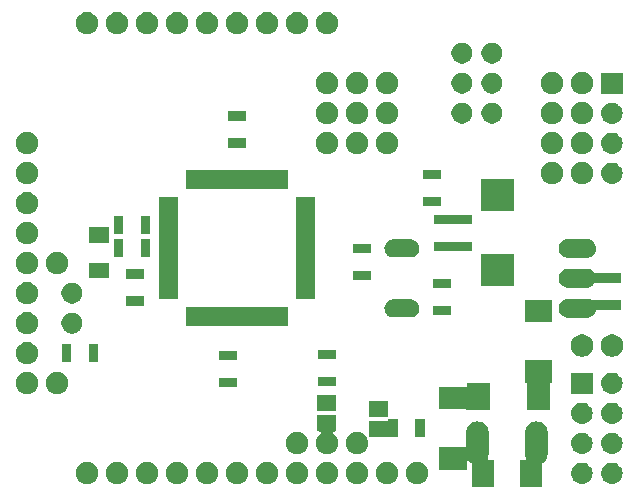
<source format=gbr>
G04 #@! TF.GenerationSoftware,KiCad,Pcbnew,(5.0.2)-1*
G04 #@! TF.CreationDate,2019-04-02T23:20:26+04:00*
G04 #@! TF.ProjectId,M644_breakout_v1.2d,4d363434-5f62-4726-9561-6b6f75745f76,v1.2d*
G04 #@! TF.SameCoordinates,Original*
G04 #@! TF.FileFunction,Soldermask,Bot*
G04 #@! TF.FilePolarity,Negative*
%FSLAX46Y46*%
G04 Gerber Fmt 4.6, Leading zero omitted, Abs format (unit mm)*
G04 Created by KiCad (PCBNEW (5.0.2)-1) date 02/04/2019 23:20:26*
%MOMM*%
%LPD*%
G01*
G04 APERTURE LIST*
%ADD10C,0.100000*%
G04 APERTURE END LIST*
D10*
G36*
X163314949Y-120594152D02*
X163331579Y-120595790D01*
X163376165Y-120609315D01*
X163509928Y-120649892D01*
X163674296Y-120737749D01*
X163818366Y-120855984D01*
X163936601Y-121000054D01*
X164024458Y-121164422D01*
X164078560Y-121342772D01*
X164092250Y-121481769D01*
X164092250Y-123365431D01*
X164078560Y-123504428D01*
X164027872Y-123671523D01*
X164023093Y-123695547D01*
X164023093Y-123720052D01*
X164027873Y-123744085D01*
X164037251Y-123766724D01*
X164050864Y-123787099D01*
X164068191Y-123804426D01*
X164088566Y-123818040D01*
X164111205Y-123827417D01*
X164135238Y-123832198D01*
X164147491Y-123832800D01*
X164556900Y-123832800D01*
X164556900Y-126094400D01*
X162675300Y-126094400D01*
X162675300Y-124215051D01*
X162672898Y-124190665D01*
X162665785Y-124167216D01*
X162654234Y-124145605D01*
X162638688Y-124126663D01*
X162627345Y-124117353D01*
X162627421Y-124117260D01*
X162617909Y-124109454D01*
X162617904Y-124109451D01*
X162473834Y-123991216D01*
X162446521Y-123957935D01*
X162429200Y-123940614D01*
X162408825Y-123927000D01*
X162386186Y-123917623D01*
X162362153Y-123912842D01*
X162337649Y-123912842D01*
X162313615Y-123917622D01*
X162290976Y-123926999D01*
X162270601Y-123940613D01*
X162253274Y-123957940D01*
X162239660Y-123978315D01*
X162230283Y-124000954D01*
X162225502Y-124024987D01*
X162224900Y-124037240D01*
X162224900Y-124654400D01*
X159923300Y-124654400D01*
X159923300Y-122752800D01*
X162074950Y-122752800D01*
X162099336Y-122750398D01*
X162122785Y-122743285D01*
X162144396Y-122731734D01*
X162163338Y-122716188D01*
X162178884Y-122697246D01*
X162190435Y-122675635D01*
X162197548Y-122652186D01*
X162199950Y-122627800D01*
X162199950Y-121481776D01*
X162213641Y-121342771D01*
X162227166Y-121298185D01*
X162267743Y-121164422D01*
X162355600Y-121000054D01*
X162473835Y-120855984D01*
X162617905Y-120737749D01*
X162782273Y-120649892D01*
X162916036Y-120609315D01*
X162960622Y-120595790D01*
X162977252Y-120594152D01*
X163146100Y-120577522D01*
X163314949Y-120594152D01*
X163314949Y-120594152D01*
G37*
G36*
X168314949Y-120594152D02*
X168331579Y-120595790D01*
X168376165Y-120609315D01*
X168509928Y-120649892D01*
X168674296Y-120737749D01*
X168818366Y-120855984D01*
X168936601Y-121000054D01*
X169024458Y-121164422D01*
X169078560Y-121342772D01*
X169092250Y-121481769D01*
X169092250Y-123365431D01*
X169078560Y-123504428D01*
X169024458Y-123682778D01*
X168936601Y-123847146D01*
X168818366Y-123991216D01*
X168674296Y-124109451D01*
X168674292Y-124109453D01*
X168672601Y-124110841D01*
X168655274Y-124128169D01*
X168641660Y-124148543D01*
X168632283Y-124171182D01*
X168627502Y-124195216D01*
X168626900Y-124207468D01*
X168626900Y-126094400D01*
X166745300Y-126094400D01*
X166745300Y-123832800D01*
X167144709Y-123832800D01*
X167169095Y-123830398D01*
X167192544Y-123823285D01*
X167214155Y-123811734D01*
X167233097Y-123796188D01*
X167248643Y-123777246D01*
X167260194Y-123755635D01*
X167267307Y-123732186D01*
X167269709Y-123707800D01*
X167267307Y-123683414D01*
X167264329Y-123671525D01*
X167230638Y-123560461D01*
X167213640Y-123504428D01*
X167211684Y-123484570D01*
X167199950Y-123365430D01*
X167199950Y-121481776D01*
X167213641Y-121342771D01*
X167227166Y-121298185D01*
X167267743Y-121164422D01*
X167355600Y-121000054D01*
X167473835Y-120855984D01*
X167617905Y-120737749D01*
X167782273Y-120649892D01*
X167916036Y-120609315D01*
X167960622Y-120595790D01*
X167977252Y-120594152D01*
X168146100Y-120577522D01*
X168314949Y-120594152D01*
X168314949Y-120594152D01*
G37*
G36*
X148049445Y-124041858D02*
X148140229Y-124059916D01*
X148311262Y-124130760D01*
X148437412Y-124215051D01*
X148465190Y-124233612D01*
X148596088Y-124364510D01*
X148596090Y-124364513D01*
X148698940Y-124518438D01*
X148769784Y-124689471D01*
X148805900Y-124871038D01*
X148805900Y-125056162D01*
X148769784Y-125237729D01*
X148698940Y-125408762D01*
X148597479Y-125560609D01*
X148596088Y-125562690D01*
X148465190Y-125693588D01*
X148465187Y-125693590D01*
X148311262Y-125796440D01*
X148140229Y-125867284D01*
X148049446Y-125885342D01*
X147958664Y-125903400D01*
X147773536Y-125903400D01*
X147682754Y-125885342D01*
X147591971Y-125867284D01*
X147420938Y-125796440D01*
X147267013Y-125693590D01*
X147267010Y-125693588D01*
X147136112Y-125562690D01*
X147134721Y-125560609D01*
X147033260Y-125408762D01*
X146962416Y-125237729D01*
X146926300Y-125056162D01*
X146926300Y-124871038D01*
X146962416Y-124689471D01*
X147033260Y-124518438D01*
X147136110Y-124364513D01*
X147136112Y-124364510D01*
X147267010Y-124233612D01*
X147294788Y-124215051D01*
X147420938Y-124130760D01*
X147591971Y-124059916D01*
X147682755Y-124041858D01*
X147773536Y-124023800D01*
X147958664Y-124023800D01*
X148049445Y-124041858D01*
X148049445Y-124041858D01*
G37*
G36*
X130269445Y-124041858D02*
X130360229Y-124059916D01*
X130531262Y-124130760D01*
X130657412Y-124215051D01*
X130685190Y-124233612D01*
X130816088Y-124364510D01*
X130816090Y-124364513D01*
X130918940Y-124518438D01*
X130989784Y-124689471D01*
X131025900Y-124871038D01*
X131025900Y-125056162D01*
X130989784Y-125237729D01*
X130918940Y-125408762D01*
X130817479Y-125560609D01*
X130816088Y-125562690D01*
X130685190Y-125693588D01*
X130685187Y-125693590D01*
X130531262Y-125796440D01*
X130360229Y-125867284D01*
X130269446Y-125885342D01*
X130178664Y-125903400D01*
X129993536Y-125903400D01*
X129902754Y-125885342D01*
X129811971Y-125867284D01*
X129640938Y-125796440D01*
X129487013Y-125693590D01*
X129487010Y-125693588D01*
X129356112Y-125562690D01*
X129354721Y-125560609D01*
X129253260Y-125408762D01*
X129182416Y-125237729D01*
X129146300Y-125056162D01*
X129146300Y-124871038D01*
X129182416Y-124689471D01*
X129253260Y-124518438D01*
X129356110Y-124364513D01*
X129356112Y-124364510D01*
X129487010Y-124233612D01*
X129514788Y-124215051D01*
X129640938Y-124130760D01*
X129811971Y-124059916D01*
X129902755Y-124041858D01*
X129993536Y-124023800D01*
X130178664Y-124023800D01*
X130269445Y-124041858D01*
X130269445Y-124041858D01*
G37*
G36*
X132809445Y-124041858D02*
X132900229Y-124059916D01*
X133071262Y-124130760D01*
X133197412Y-124215051D01*
X133225190Y-124233612D01*
X133356088Y-124364510D01*
X133356090Y-124364513D01*
X133458940Y-124518438D01*
X133529784Y-124689471D01*
X133565900Y-124871038D01*
X133565900Y-125056162D01*
X133529784Y-125237729D01*
X133458940Y-125408762D01*
X133357479Y-125560609D01*
X133356088Y-125562690D01*
X133225190Y-125693588D01*
X133225187Y-125693590D01*
X133071262Y-125796440D01*
X132900229Y-125867284D01*
X132809446Y-125885342D01*
X132718664Y-125903400D01*
X132533536Y-125903400D01*
X132442754Y-125885342D01*
X132351971Y-125867284D01*
X132180938Y-125796440D01*
X132027013Y-125693590D01*
X132027010Y-125693588D01*
X131896112Y-125562690D01*
X131894721Y-125560609D01*
X131793260Y-125408762D01*
X131722416Y-125237729D01*
X131686300Y-125056162D01*
X131686300Y-124871038D01*
X131722416Y-124689471D01*
X131793260Y-124518438D01*
X131896110Y-124364513D01*
X131896112Y-124364510D01*
X132027010Y-124233612D01*
X132054788Y-124215051D01*
X132180938Y-124130760D01*
X132351971Y-124059916D01*
X132442755Y-124041858D01*
X132533536Y-124023800D01*
X132718664Y-124023800D01*
X132809445Y-124041858D01*
X132809445Y-124041858D01*
G37*
G36*
X135349445Y-124041858D02*
X135440229Y-124059916D01*
X135611262Y-124130760D01*
X135737412Y-124215051D01*
X135765190Y-124233612D01*
X135896088Y-124364510D01*
X135896090Y-124364513D01*
X135998940Y-124518438D01*
X136069784Y-124689471D01*
X136105900Y-124871038D01*
X136105900Y-125056162D01*
X136069784Y-125237729D01*
X135998940Y-125408762D01*
X135897479Y-125560609D01*
X135896088Y-125562690D01*
X135765190Y-125693588D01*
X135765187Y-125693590D01*
X135611262Y-125796440D01*
X135440229Y-125867284D01*
X135349446Y-125885342D01*
X135258664Y-125903400D01*
X135073536Y-125903400D01*
X134982754Y-125885342D01*
X134891971Y-125867284D01*
X134720938Y-125796440D01*
X134567013Y-125693590D01*
X134567010Y-125693588D01*
X134436112Y-125562690D01*
X134434721Y-125560609D01*
X134333260Y-125408762D01*
X134262416Y-125237729D01*
X134226300Y-125056162D01*
X134226300Y-124871038D01*
X134262416Y-124689471D01*
X134333260Y-124518438D01*
X134436110Y-124364513D01*
X134436112Y-124364510D01*
X134567010Y-124233612D01*
X134594788Y-124215051D01*
X134720938Y-124130760D01*
X134891971Y-124059916D01*
X134982755Y-124041858D01*
X135073536Y-124023800D01*
X135258664Y-124023800D01*
X135349445Y-124041858D01*
X135349445Y-124041858D01*
G37*
G36*
X137889445Y-124041858D02*
X137980229Y-124059916D01*
X138151262Y-124130760D01*
X138277412Y-124215051D01*
X138305190Y-124233612D01*
X138436088Y-124364510D01*
X138436090Y-124364513D01*
X138538940Y-124518438D01*
X138609784Y-124689471D01*
X138645900Y-124871038D01*
X138645900Y-125056162D01*
X138609784Y-125237729D01*
X138538940Y-125408762D01*
X138437479Y-125560609D01*
X138436088Y-125562690D01*
X138305190Y-125693588D01*
X138305187Y-125693590D01*
X138151262Y-125796440D01*
X137980229Y-125867284D01*
X137889446Y-125885342D01*
X137798664Y-125903400D01*
X137613536Y-125903400D01*
X137522754Y-125885342D01*
X137431971Y-125867284D01*
X137260938Y-125796440D01*
X137107013Y-125693590D01*
X137107010Y-125693588D01*
X136976112Y-125562690D01*
X136974721Y-125560609D01*
X136873260Y-125408762D01*
X136802416Y-125237729D01*
X136766300Y-125056162D01*
X136766300Y-124871038D01*
X136802416Y-124689471D01*
X136873260Y-124518438D01*
X136976110Y-124364513D01*
X136976112Y-124364510D01*
X137107010Y-124233612D01*
X137134788Y-124215051D01*
X137260938Y-124130760D01*
X137431971Y-124059916D01*
X137522755Y-124041858D01*
X137613536Y-124023800D01*
X137798664Y-124023800D01*
X137889445Y-124041858D01*
X137889445Y-124041858D01*
G37*
G36*
X140429445Y-124041858D02*
X140520229Y-124059916D01*
X140691262Y-124130760D01*
X140817412Y-124215051D01*
X140845190Y-124233612D01*
X140976088Y-124364510D01*
X140976090Y-124364513D01*
X141078940Y-124518438D01*
X141149784Y-124689471D01*
X141185900Y-124871038D01*
X141185900Y-125056162D01*
X141149784Y-125237729D01*
X141078940Y-125408762D01*
X140977479Y-125560609D01*
X140976088Y-125562690D01*
X140845190Y-125693588D01*
X140845187Y-125693590D01*
X140691262Y-125796440D01*
X140520229Y-125867284D01*
X140429446Y-125885342D01*
X140338664Y-125903400D01*
X140153536Y-125903400D01*
X140062754Y-125885342D01*
X139971971Y-125867284D01*
X139800938Y-125796440D01*
X139647013Y-125693590D01*
X139647010Y-125693588D01*
X139516112Y-125562690D01*
X139514721Y-125560609D01*
X139413260Y-125408762D01*
X139342416Y-125237729D01*
X139306300Y-125056162D01*
X139306300Y-124871038D01*
X139342416Y-124689471D01*
X139413260Y-124518438D01*
X139516110Y-124364513D01*
X139516112Y-124364510D01*
X139647010Y-124233612D01*
X139674788Y-124215051D01*
X139800938Y-124130760D01*
X139971971Y-124059916D01*
X140062755Y-124041858D01*
X140153536Y-124023800D01*
X140338664Y-124023800D01*
X140429445Y-124041858D01*
X140429445Y-124041858D01*
G37*
G36*
X145509445Y-124041858D02*
X145600229Y-124059916D01*
X145771262Y-124130760D01*
X145897412Y-124215051D01*
X145925190Y-124233612D01*
X146056088Y-124364510D01*
X146056090Y-124364513D01*
X146158940Y-124518438D01*
X146229784Y-124689471D01*
X146265900Y-124871038D01*
X146265900Y-125056162D01*
X146229784Y-125237729D01*
X146158940Y-125408762D01*
X146057479Y-125560609D01*
X146056088Y-125562690D01*
X145925190Y-125693588D01*
X145925187Y-125693590D01*
X145771262Y-125796440D01*
X145600229Y-125867284D01*
X145509446Y-125885342D01*
X145418664Y-125903400D01*
X145233536Y-125903400D01*
X145142754Y-125885342D01*
X145051971Y-125867284D01*
X144880938Y-125796440D01*
X144727013Y-125693590D01*
X144727010Y-125693588D01*
X144596112Y-125562690D01*
X144594721Y-125560609D01*
X144493260Y-125408762D01*
X144422416Y-125237729D01*
X144386300Y-125056162D01*
X144386300Y-124871038D01*
X144422416Y-124689471D01*
X144493260Y-124518438D01*
X144596110Y-124364513D01*
X144596112Y-124364510D01*
X144727010Y-124233612D01*
X144754788Y-124215051D01*
X144880938Y-124130760D01*
X145051971Y-124059916D01*
X145142755Y-124041858D01*
X145233536Y-124023800D01*
X145418664Y-124023800D01*
X145509445Y-124041858D01*
X145509445Y-124041858D01*
G37*
G36*
X150589445Y-124041858D02*
X150680229Y-124059916D01*
X150851262Y-124130760D01*
X150977412Y-124215051D01*
X151005190Y-124233612D01*
X151136088Y-124364510D01*
X151136090Y-124364513D01*
X151238940Y-124518438D01*
X151309784Y-124689471D01*
X151345900Y-124871038D01*
X151345900Y-125056162D01*
X151309784Y-125237729D01*
X151238940Y-125408762D01*
X151137479Y-125560609D01*
X151136088Y-125562690D01*
X151005190Y-125693588D01*
X151005187Y-125693590D01*
X150851262Y-125796440D01*
X150680229Y-125867284D01*
X150589446Y-125885342D01*
X150498664Y-125903400D01*
X150313536Y-125903400D01*
X150222754Y-125885342D01*
X150131971Y-125867284D01*
X149960938Y-125796440D01*
X149807013Y-125693590D01*
X149807010Y-125693588D01*
X149676112Y-125562690D01*
X149674721Y-125560609D01*
X149573260Y-125408762D01*
X149502416Y-125237729D01*
X149466300Y-125056162D01*
X149466300Y-124871038D01*
X149502416Y-124689471D01*
X149573260Y-124518438D01*
X149676110Y-124364513D01*
X149676112Y-124364510D01*
X149807010Y-124233612D01*
X149834788Y-124215051D01*
X149960938Y-124130760D01*
X150131971Y-124059916D01*
X150222755Y-124041858D01*
X150313536Y-124023800D01*
X150498664Y-124023800D01*
X150589445Y-124041858D01*
X150589445Y-124041858D01*
G37*
G36*
X153129445Y-124041858D02*
X153220229Y-124059916D01*
X153391262Y-124130760D01*
X153517412Y-124215051D01*
X153545190Y-124233612D01*
X153676088Y-124364510D01*
X153676090Y-124364513D01*
X153778940Y-124518438D01*
X153849784Y-124689471D01*
X153885900Y-124871038D01*
X153885900Y-125056162D01*
X153849784Y-125237729D01*
X153778940Y-125408762D01*
X153677479Y-125560609D01*
X153676088Y-125562690D01*
X153545190Y-125693588D01*
X153545187Y-125693590D01*
X153391262Y-125796440D01*
X153220229Y-125867284D01*
X153129446Y-125885342D01*
X153038664Y-125903400D01*
X152853536Y-125903400D01*
X152762754Y-125885342D01*
X152671971Y-125867284D01*
X152500938Y-125796440D01*
X152347013Y-125693590D01*
X152347010Y-125693588D01*
X152216112Y-125562690D01*
X152214721Y-125560609D01*
X152113260Y-125408762D01*
X152042416Y-125237729D01*
X152006300Y-125056162D01*
X152006300Y-124871038D01*
X152042416Y-124689471D01*
X152113260Y-124518438D01*
X152216110Y-124364513D01*
X152216112Y-124364510D01*
X152347010Y-124233612D01*
X152374788Y-124215051D01*
X152500938Y-124130760D01*
X152671971Y-124059916D01*
X152762755Y-124041858D01*
X152853536Y-124023800D01*
X153038664Y-124023800D01*
X153129445Y-124041858D01*
X153129445Y-124041858D01*
G37*
G36*
X155669445Y-124041858D02*
X155760229Y-124059916D01*
X155931262Y-124130760D01*
X156057412Y-124215051D01*
X156085190Y-124233612D01*
X156216088Y-124364510D01*
X156216090Y-124364513D01*
X156318940Y-124518438D01*
X156389784Y-124689471D01*
X156425900Y-124871038D01*
X156425900Y-125056162D01*
X156389784Y-125237729D01*
X156318940Y-125408762D01*
X156217479Y-125560609D01*
X156216088Y-125562690D01*
X156085190Y-125693588D01*
X156085187Y-125693590D01*
X155931262Y-125796440D01*
X155760229Y-125867284D01*
X155669446Y-125885342D01*
X155578664Y-125903400D01*
X155393536Y-125903400D01*
X155302754Y-125885342D01*
X155211971Y-125867284D01*
X155040938Y-125796440D01*
X154887013Y-125693590D01*
X154887010Y-125693588D01*
X154756112Y-125562690D01*
X154754721Y-125560609D01*
X154653260Y-125408762D01*
X154582416Y-125237729D01*
X154546300Y-125056162D01*
X154546300Y-124871038D01*
X154582416Y-124689471D01*
X154653260Y-124518438D01*
X154756110Y-124364513D01*
X154756112Y-124364510D01*
X154887010Y-124233612D01*
X154914788Y-124215051D01*
X155040938Y-124130760D01*
X155211971Y-124059916D01*
X155302755Y-124041858D01*
X155393536Y-124023800D01*
X155578664Y-124023800D01*
X155669445Y-124041858D01*
X155669445Y-124041858D01*
G37*
G36*
X158209445Y-124041858D02*
X158300229Y-124059916D01*
X158471262Y-124130760D01*
X158597412Y-124215051D01*
X158625190Y-124233612D01*
X158756088Y-124364510D01*
X158756090Y-124364513D01*
X158858940Y-124518438D01*
X158929784Y-124689471D01*
X158965900Y-124871038D01*
X158965900Y-125056162D01*
X158929784Y-125237729D01*
X158858940Y-125408762D01*
X158757479Y-125560609D01*
X158756088Y-125562690D01*
X158625190Y-125693588D01*
X158625187Y-125693590D01*
X158471262Y-125796440D01*
X158300229Y-125867284D01*
X158209446Y-125885342D01*
X158118664Y-125903400D01*
X157933536Y-125903400D01*
X157842754Y-125885342D01*
X157751971Y-125867284D01*
X157580938Y-125796440D01*
X157427013Y-125693590D01*
X157427010Y-125693588D01*
X157296112Y-125562690D01*
X157294721Y-125560609D01*
X157193260Y-125408762D01*
X157122416Y-125237729D01*
X157086300Y-125056162D01*
X157086300Y-124871038D01*
X157122416Y-124689471D01*
X157193260Y-124518438D01*
X157296110Y-124364513D01*
X157296112Y-124364510D01*
X157427010Y-124233612D01*
X157454788Y-124215051D01*
X157580938Y-124130760D01*
X157751971Y-124059916D01*
X157842755Y-124041858D01*
X157933536Y-124023800D01*
X158118664Y-124023800D01*
X158209445Y-124041858D01*
X158209445Y-124041858D01*
G37*
G36*
X142969445Y-124041858D02*
X143060229Y-124059916D01*
X143231262Y-124130760D01*
X143357412Y-124215051D01*
X143385190Y-124233612D01*
X143516088Y-124364510D01*
X143516090Y-124364513D01*
X143618940Y-124518438D01*
X143689784Y-124689471D01*
X143725900Y-124871038D01*
X143725900Y-125056162D01*
X143689784Y-125237729D01*
X143618940Y-125408762D01*
X143517479Y-125560609D01*
X143516088Y-125562690D01*
X143385190Y-125693588D01*
X143385187Y-125693590D01*
X143231262Y-125796440D01*
X143060229Y-125867284D01*
X142969446Y-125885342D01*
X142878664Y-125903400D01*
X142693536Y-125903400D01*
X142602754Y-125885342D01*
X142511971Y-125867284D01*
X142340938Y-125796440D01*
X142187013Y-125693590D01*
X142187010Y-125693588D01*
X142056112Y-125562690D01*
X142054721Y-125560609D01*
X141953260Y-125408762D01*
X141882416Y-125237729D01*
X141846300Y-125056162D01*
X141846300Y-124871038D01*
X141882416Y-124689471D01*
X141953260Y-124518438D01*
X142056110Y-124364513D01*
X142056112Y-124364510D01*
X142187010Y-124233612D01*
X142214788Y-124215051D01*
X142340938Y-124130760D01*
X142511971Y-124059916D01*
X142602755Y-124041858D01*
X142693536Y-124023800D01*
X142878664Y-124023800D01*
X142969445Y-124041858D01*
X142969445Y-124041858D01*
G37*
G36*
X172106543Y-124069119D02*
X172172727Y-124075637D01*
X172284197Y-124109451D01*
X172342567Y-124127157D01*
X172473808Y-124197308D01*
X172499091Y-124210822D01*
X172526858Y-124233610D01*
X172636286Y-124323414D01*
X172719548Y-124424871D01*
X172748878Y-124460609D01*
X172748879Y-124460611D01*
X172832543Y-124617133D01*
X172849716Y-124673747D01*
X172884063Y-124786973D01*
X172901459Y-124963600D01*
X172884063Y-125140227D01*
X172854487Y-125237727D01*
X172832543Y-125310067D01*
X172779788Y-125408763D01*
X172748878Y-125466591D01*
X172719548Y-125502329D01*
X172636286Y-125603786D01*
X172534829Y-125687048D01*
X172499091Y-125716378D01*
X172499089Y-125716379D01*
X172342567Y-125800043D01*
X172285953Y-125817216D01*
X172172727Y-125851563D01*
X172106542Y-125858082D01*
X172040360Y-125864600D01*
X171951840Y-125864600D01*
X171885658Y-125858082D01*
X171819473Y-125851563D01*
X171706247Y-125817216D01*
X171649633Y-125800043D01*
X171493111Y-125716379D01*
X171493109Y-125716378D01*
X171457371Y-125687048D01*
X171355914Y-125603786D01*
X171272652Y-125502329D01*
X171243322Y-125466591D01*
X171212412Y-125408763D01*
X171159657Y-125310067D01*
X171137713Y-125237727D01*
X171108137Y-125140227D01*
X171090741Y-124963600D01*
X171108137Y-124786973D01*
X171142484Y-124673747D01*
X171159657Y-124617133D01*
X171243321Y-124460611D01*
X171243322Y-124460609D01*
X171272652Y-124424871D01*
X171355914Y-124323414D01*
X171465342Y-124233610D01*
X171493109Y-124210822D01*
X171518392Y-124197308D01*
X171649633Y-124127157D01*
X171708003Y-124109451D01*
X171819473Y-124075637D01*
X171885657Y-124069119D01*
X171951840Y-124062600D01*
X172040360Y-124062600D01*
X172106543Y-124069119D01*
X172106543Y-124069119D01*
G37*
G36*
X174646543Y-124069119D02*
X174712727Y-124075637D01*
X174824197Y-124109451D01*
X174882567Y-124127157D01*
X175013808Y-124197308D01*
X175039091Y-124210822D01*
X175066858Y-124233610D01*
X175176286Y-124323414D01*
X175259548Y-124424871D01*
X175288878Y-124460609D01*
X175288879Y-124460611D01*
X175372543Y-124617133D01*
X175389716Y-124673747D01*
X175424063Y-124786973D01*
X175441459Y-124963600D01*
X175424063Y-125140227D01*
X175394487Y-125237727D01*
X175372543Y-125310067D01*
X175319788Y-125408763D01*
X175288878Y-125466591D01*
X175259548Y-125502329D01*
X175176286Y-125603786D01*
X175074829Y-125687048D01*
X175039091Y-125716378D01*
X175039089Y-125716379D01*
X174882567Y-125800043D01*
X174825953Y-125817216D01*
X174712727Y-125851563D01*
X174646542Y-125858082D01*
X174580360Y-125864600D01*
X174491840Y-125864600D01*
X174425658Y-125858082D01*
X174359473Y-125851563D01*
X174246247Y-125817216D01*
X174189633Y-125800043D01*
X174033111Y-125716379D01*
X174033109Y-125716378D01*
X173997371Y-125687048D01*
X173895914Y-125603786D01*
X173812652Y-125502329D01*
X173783322Y-125466591D01*
X173752412Y-125408763D01*
X173699657Y-125310067D01*
X173677713Y-125237727D01*
X173648137Y-125140227D01*
X173630741Y-124963600D01*
X173648137Y-124786973D01*
X173682484Y-124673747D01*
X173699657Y-124617133D01*
X173783321Y-124460611D01*
X173783322Y-124460609D01*
X173812652Y-124424871D01*
X173895914Y-124323414D01*
X174005342Y-124233610D01*
X174033109Y-124210822D01*
X174058392Y-124197308D01*
X174189633Y-124127157D01*
X174248003Y-124109451D01*
X174359473Y-124075637D01*
X174425657Y-124069119D01*
X174491840Y-124062600D01*
X174580360Y-124062600D01*
X174646543Y-124069119D01*
X174646543Y-124069119D01*
G37*
G36*
X151206900Y-121434400D02*
X151049121Y-121434400D01*
X151024735Y-121436802D01*
X151001286Y-121443915D01*
X150979675Y-121455466D01*
X150960733Y-121471012D01*
X150945187Y-121489954D01*
X150933636Y-121511565D01*
X150926523Y-121535014D01*
X150924121Y-121559400D01*
X150926523Y-121583786D01*
X150933636Y-121607235D01*
X150945187Y-121628846D01*
X150960733Y-121647788D01*
X150979666Y-121663326D01*
X151012200Y-121685065D01*
X151144635Y-121817500D01*
X151248688Y-121973227D01*
X151320362Y-122146262D01*
X151356900Y-122329954D01*
X151356900Y-122517246D01*
X151320362Y-122700938D01*
X151248688Y-122873973D01*
X151144635Y-123029700D01*
X151012200Y-123162135D01*
X150856473Y-123266188D01*
X150683438Y-123337862D01*
X150499746Y-123374400D01*
X150312454Y-123374400D01*
X150128762Y-123337862D01*
X149955727Y-123266188D01*
X149800000Y-123162135D01*
X149667565Y-123029700D01*
X149563512Y-122873973D01*
X149491838Y-122700938D01*
X149455300Y-122517246D01*
X149455300Y-122329954D01*
X149491838Y-122146262D01*
X149563512Y-121973227D01*
X149667565Y-121817500D01*
X149800000Y-121685065D01*
X149832534Y-121663326D01*
X149851467Y-121647788D01*
X149867013Y-121628846D01*
X149878564Y-121607235D01*
X149885677Y-121583786D01*
X149888079Y-121559400D01*
X149885677Y-121535014D01*
X149878564Y-121511565D01*
X149867013Y-121489954D01*
X149851467Y-121471012D01*
X149832525Y-121455466D01*
X149810914Y-121443915D01*
X149787465Y-121436802D01*
X149763079Y-121434400D01*
X149605300Y-121434400D01*
X149605300Y-120032800D01*
X151206900Y-120032800D01*
X151206900Y-121434400D01*
X151206900Y-121434400D01*
G37*
G36*
X153223438Y-121509338D02*
X153396473Y-121581012D01*
X153552200Y-121685065D01*
X153684635Y-121817500D01*
X153770572Y-121946114D01*
X153786112Y-121965049D01*
X153805054Y-121980595D01*
X153826665Y-121992146D01*
X153836679Y-121995184D01*
X153829875Y-122017614D01*
X153827473Y-122042000D01*
X153829875Y-122066386D01*
X153836985Y-122089826D01*
X153860362Y-122146262D01*
X153896900Y-122329954D01*
X153896900Y-122517246D01*
X153860362Y-122700938D01*
X153788688Y-122873973D01*
X153684635Y-123029700D01*
X153552200Y-123162135D01*
X153396473Y-123266188D01*
X153223438Y-123337862D01*
X153039746Y-123374400D01*
X152852454Y-123374400D01*
X152668762Y-123337862D01*
X152495727Y-123266188D01*
X152340000Y-123162135D01*
X152207565Y-123029700D01*
X152103512Y-122873973D01*
X152031838Y-122700938D01*
X151995300Y-122517246D01*
X151995300Y-122329954D01*
X152031838Y-122146262D01*
X152103512Y-121973227D01*
X152207565Y-121817500D01*
X152340000Y-121685065D01*
X152495727Y-121581012D01*
X152668762Y-121509338D01*
X152852454Y-121472800D01*
X153039746Y-121472800D01*
X153223438Y-121509338D01*
X153223438Y-121509338D01*
G37*
G36*
X148143438Y-121509338D02*
X148316473Y-121581012D01*
X148472200Y-121685065D01*
X148604635Y-121817500D01*
X148708688Y-121973227D01*
X148780362Y-122146262D01*
X148816900Y-122329954D01*
X148816900Y-122517246D01*
X148780362Y-122700938D01*
X148708688Y-122873973D01*
X148604635Y-123029700D01*
X148472200Y-123162135D01*
X148316473Y-123266188D01*
X148143438Y-123337862D01*
X147959746Y-123374400D01*
X147772454Y-123374400D01*
X147588762Y-123337862D01*
X147415727Y-123266188D01*
X147260000Y-123162135D01*
X147127565Y-123029700D01*
X147023512Y-122873973D01*
X146951838Y-122700938D01*
X146915300Y-122517246D01*
X146915300Y-122329954D01*
X146951838Y-122146262D01*
X147023512Y-121973227D01*
X147127565Y-121817500D01*
X147260000Y-121685065D01*
X147415727Y-121581012D01*
X147588762Y-121509338D01*
X147772454Y-121472800D01*
X147959746Y-121472800D01*
X148143438Y-121509338D01*
X148143438Y-121509338D01*
G37*
G36*
X172106543Y-121529119D02*
X172172727Y-121535637D01*
X172251063Y-121559400D01*
X172342567Y-121587157D01*
X172420560Y-121628846D01*
X172499091Y-121670822D01*
X172534829Y-121700152D01*
X172636286Y-121783414D01*
X172712811Y-121876661D01*
X172748878Y-121920609D01*
X172748879Y-121920611D01*
X172832543Y-122077133D01*
X172832543Y-122077134D01*
X172884063Y-122246973D01*
X172901459Y-122423600D01*
X172884063Y-122600227D01*
X172868301Y-122652186D01*
X172832543Y-122770067D01*
X172777004Y-122873971D01*
X172748878Y-122926591D01*
X172719548Y-122962329D01*
X172636286Y-123063786D01*
X172534829Y-123147048D01*
X172499091Y-123176378D01*
X172499089Y-123176379D01*
X172342567Y-123260043D01*
X172322309Y-123266188D01*
X172172727Y-123311563D01*
X172106543Y-123318081D01*
X172040360Y-123324600D01*
X171951840Y-123324600D01*
X171885657Y-123318081D01*
X171819473Y-123311563D01*
X171669891Y-123266188D01*
X171649633Y-123260043D01*
X171493111Y-123176379D01*
X171493109Y-123176378D01*
X171457371Y-123147048D01*
X171355914Y-123063786D01*
X171272652Y-122962329D01*
X171243322Y-122926591D01*
X171215196Y-122873971D01*
X171159657Y-122770067D01*
X171123899Y-122652186D01*
X171108137Y-122600227D01*
X171090741Y-122423600D01*
X171108137Y-122246973D01*
X171159657Y-122077134D01*
X171159657Y-122077133D01*
X171243321Y-121920611D01*
X171243322Y-121920609D01*
X171279389Y-121876661D01*
X171355914Y-121783414D01*
X171457371Y-121700152D01*
X171493109Y-121670822D01*
X171571640Y-121628846D01*
X171649633Y-121587157D01*
X171741137Y-121559400D01*
X171819473Y-121535637D01*
X171885657Y-121529119D01*
X171951840Y-121522600D01*
X172040360Y-121522600D01*
X172106543Y-121529119D01*
X172106543Y-121529119D01*
G37*
G36*
X174646543Y-121529119D02*
X174712727Y-121535637D01*
X174791063Y-121559400D01*
X174882567Y-121587157D01*
X174960560Y-121628846D01*
X175039091Y-121670822D01*
X175074829Y-121700152D01*
X175176286Y-121783414D01*
X175252811Y-121876661D01*
X175288878Y-121920609D01*
X175288879Y-121920611D01*
X175372543Y-122077133D01*
X175372543Y-122077134D01*
X175424063Y-122246973D01*
X175441459Y-122423600D01*
X175424063Y-122600227D01*
X175408301Y-122652186D01*
X175372543Y-122770067D01*
X175317004Y-122873971D01*
X175288878Y-122926591D01*
X175259548Y-122962329D01*
X175176286Y-123063786D01*
X175074829Y-123147048D01*
X175039091Y-123176378D01*
X175039089Y-123176379D01*
X174882567Y-123260043D01*
X174862309Y-123266188D01*
X174712727Y-123311563D01*
X174646543Y-123318081D01*
X174580360Y-123324600D01*
X174491840Y-123324600D01*
X174425657Y-123318081D01*
X174359473Y-123311563D01*
X174209891Y-123266188D01*
X174189633Y-123260043D01*
X174033111Y-123176379D01*
X174033109Y-123176378D01*
X173997371Y-123147048D01*
X173895914Y-123063786D01*
X173812652Y-122962329D01*
X173783322Y-122926591D01*
X173755196Y-122873971D01*
X173699657Y-122770067D01*
X173663899Y-122652186D01*
X173648137Y-122600227D01*
X173630741Y-122423600D01*
X173648137Y-122246973D01*
X173699657Y-122077134D01*
X173699657Y-122077133D01*
X173783321Y-121920611D01*
X173783322Y-121920609D01*
X173819389Y-121876661D01*
X173895914Y-121783414D01*
X173997371Y-121700152D01*
X174033109Y-121670822D01*
X174111640Y-121628846D01*
X174189633Y-121587157D01*
X174281137Y-121559400D01*
X174359473Y-121535637D01*
X174425657Y-121529119D01*
X174491840Y-121522600D01*
X174580360Y-121522600D01*
X174646543Y-121529119D01*
X174646543Y-121529119D01*
G37*
G36*
X155622166Y-120361446D02*
X155637712Y-120380388D01*
X155656654Y-120395934D01*
X155678265Y-120407485D01*
X155701714Y-120414598D01*
X155726100Y-120417000D01*
X156425900Y-120417000D01*
X156425900Y-121941000D01*
X155561121Y-121941000D01*
X155557546Y-121938066D01*
X155535935Y-121926515D01*
X155512486Y-121919402D01*
X155488100Y-121917000D01*
X153992259Y-121917000D01*
X153997098Y-121901047D01*
X153999500Y-121876661D01*
X153999500Y-120515400D01*
X155488100Y-120515400D01*
X155512486Y-120512998D01*
X155535935Y-120505885D01*
X155557546Y-120494334D01*
X155576488Y-120478788D01*
X155592034Y-120459846D01*
X155603585Y-120438235D01*
X155610698Y-120414786D01*
X155613100Y-120390400D01*
X155613100Y-120344484D01*
X155622166Y-120361446D01*
X155622166Y-120361446D01*
G37*
G36*
X158711900Y-121941000D02*
X157899100Y-121941000D01*
X157899100Y-120417000D01*
X158711900Y-120417000D01*
X158711900Y-121941000D01*
X158711900Y-121941000D01*
G37*
G36*
X174646542Y-118989118D02*
X174712727Y-118995637D01*
X174825953Y-119029984D01*
X174882567Y-119047157D01*
X175021187Y-119121252D01*
X175039091Y-119130822D01*
X175074829Y-119160152D01*
X175176286Y-119243414D01*
X175259548Y-119344871D01*
X175288878Y-119380609D01*
X175288879Y-119380611D01*
X175372543Y-119537133D01*
X175372543Y-119537134D01*
X175424063Y-119706973D01*
X175441459Y-119883600D01*
X175424063Y-120060227D01*
X175389716Y-120173453D01*
X175372543Y-120230067D01*
X175349833Y-120272554D01*
X175288878Y-120386591D01*
X175265893Y-120414598D01*
X175176286Y-120523786D01*
X175074829Y-120607048D01*
X175039091Y-120636378D01*
X175039089Y-120636379D01*
X174882567Y-120720043D01*
X174825953Y-120737216D01*
X174712727Y-120771563D01*
X174646543Y-120778081D01*
X174580360Y-120784600D01*
X174491840Y-120784600D01*
X174425657Y-120778081D01*
X174359473Y-120771563D01*
X174246247Y-120737216D01*
X174189633Y-120720043D01*
X174033111Y-120636379D01*
X174033109Y-120636378D01*
X173997371Y-120607048D01*
X173895914Y-120523786D01*
X173806307Y-120414598D01*
X173783322Y-120386591D01*
X173722367Y-120272554D01*
X173699657Y-120230067D01*
X173682484Y-120173453D01*
X173648137Y-120060227D01*
X173630741Y-119883600D01*
X173648137Y-119706973D01*
X173699657Y-119537134D01*
X173699657Y-119537133D01*
X173783321Y-119380611D01*
X173783322Y-119380609D01*
X173812652Y-119344871D01*
X173895914Y-119243414D01*
X173997371Y-119160152D01*
X174033109Y-119130822D01*
X174051013Y-119121252D01*
X174189633Y-119047157D01*
X174246247Y-119029984D01*
X174359473Y-118995637D01*
X174425658Y-118989118D01*
X174491840Y-118982600D01*
X174580360Y-118982600D01*
X174646542Y-118989118D01*
X174646542Y-118989118D01*
G37*
G36*
X172106542Y-118989118D02*
X172172727Y-118995637D01*
X172285953Y-119029984D01*
X172342567Y-119047157D01*
X172481187Y-119121252D01*
X172499091Y-119130822D01*
X172534829Y-119160152D01*
X172636286Y-119243414D01*
X172719548Y-119344871D01*
X172748878Y-119380609D01*
X172748879Y-119380611D01*
X172832543Y-119537133D01*
X172832543Y-119537134D01*
X172884063Y-119706973D01*
X172901459Y-119883600D01*
X172884063Y-120060227D01*
X172849716Y-120173453D01*
X172832543Y-120230067D01*
X172809833Y-120272554D01*
X172748878Y-120386591D01*
X172725893Y-120414598D01*
X172636286Y-120523786D01*
X172534829Y-120607048D01*
X172499091Y-120636378D01*
X172499089Y-120636379D01*
X172342567Y-120720043D01*
X172285953Y-120737216D01*
X172172727Y-120771563D01*
X172106543Y-120778081D01*
X172040360Y-120784600D01*
X171951840Y-120784600D01*
X171885657Y-120778081D01*
X171819473Y-120771563D01*
X171706247Y-120737216D01*
X171649633Y-120720043D01*
X171493111Y-120636379D01*
X171493109Y-120636378D01*
X171457371Y-120607048D01*
X171355914Y-120523786D01*
X171266307Y-120414598D01*
X171243322Y-120386591D01*
X171182367Y-120272554D01*
X171159657Y-120230067D01*
X171142484Y-120173453D01*
X171108137Y-120060227D01*
X171090741Y-119883600D01*
X171108137Y-119706973D01*
X171159657Y-119537134D01*
X171159657Y-119537133D01*
X171243321Y-119380611D01*
X171243322Y-119380609D01*
X171272652Y-119344871D01*
X171355914Y-119243414D01*
X171457371Y-119160152D01*
X171493109Y-119130822D01*
X171511013Y-119121252D01*
X171649633Y-119047157D01*
X171706247Y-119029984D01*
X171819473Y-118995637D01*
X171885658Y-118989118D01*
X171951840Y-118982600D01*
X172040360Y-118982600D01*
X172106542Y-118989118D01*
X172106542Y-118989118D01*
G37*
G36*
X155601100Y-120289516D02*
X155592034Y-120272554D01*
X155576488Y-120253612D01*
X155557546Y-120238066D01*
X155535935Y-120226515D01*
X155512486Y-120219402D01*
X155488100Y-120217000D01*
X153999500Y-120217000D01*
X153999500Y-118815400D01*
X155601100Y-118815400D01*
X155601100Y-120289516D01*
X155601100Y-120289516D01*
G37*
G36*
X151206900Y-119734400D02*
X149605300Y-119734400D01*
X149605300Y-118332800D01*
X151206900Y-118332800D01*
X151206900Y-119734400D01*
X151206900Y-119734400D01*
G37*
G36*
X169463900Y-117288400D02*
X169398900Y-117288400D01*
X169374514Y-117290802D01*
X169351065Y-117297915D01*
X169329454Y-117309466D01*
X169310512Y-117325012D01*
X169294966Y-117343954D01*
X169283415Y-117365565D01*
X169276302Y-117389014D01*
X169273900Y-117413400D01*
X169273900Y-119637400D01*
X167372300Y-119637400D01*
X167372300Y-117413400D01*
X167369898Y-117389014D01*
X167362785Y-117365565D01*
X167351234Y-117343954D01*
X167335688Y-117325012D01*
X167316746Y-117309466D01*
X167295135Y-117297915D01*
X167271686Y-117290802D01*
X167247300Y-117288400D01*
X167162300Y-117288400D01*
X167162300Y-115386800D01*
X169463900Y-115386800D01*
X169463900Y-117288400D01*
X169463900Y-117288400D01*
G37*
G36*
X164173900Y-119637400D02*
X162264555Y-119637400D01*
X162262785Y-119631565D01*
X162251234Y-119609954D01*
X162235688Y-119591012D01*
X162216746Y-119575466D01*
X162195135Y-119563915D01*
X162171686Y-119556802D01*
X162147300Y-119554400D01*
X159923300Y-119554400D01*
X159923300Y-117652800D01*
X162147300Y-117652800D01*
X162171686Y-117650398D01*
X162195135Y-117643285D01*
X162216746Y-117631734D01*
X162235688Y-117616188D01*
X162251234Y-117597246D01*
X162262785Y-117575635D01*
X162269898Y-117552186D01*
X162272300Y-117527800D01*
X162272300Y-117335800D01*
X164173900Y-117335800D01*
X164173900Y-119637400D01*
X164173900Y-119637400D01*
G37*
G36*
X127823438Y-116429338D02*
X127996473Y-116501012D01*
X128152200Y-116605065D01*
X128284635Y-116737500D01*
X128388688Y-116893227D01*
X128460362Y-117066262D01*
X128496900Y-117249954D01*
X128496900Y-117437246D01*
X128460362Y-117620938D01*
X128388688Y-117793973D01*
X128284635Y-117949700D01*
X128152200Y-118082135D01*
X127996473Y-118186188D01*
X127823438Y-118257862D01*
X127639746Y-118294400D01*
X127452454Y-118294400D01*
X127268762Y-118257862D01*
X127095727Y-118186188D01*
X126940000Y-118082135D01*
X126807565Y-117949700D01*
X126703512Y-117793973D01*
X126631838Y-117620938D01*
X126595300Y-117437246D01*
X126595300Y-117249954D01*
X126631838Y-117066262D01*
X126703512Y-116893227D01*
X126807565Y-116737500D01*
X126940000Y-116605065D01*
X127095727Y-116501012D01*
X127268762Y-116429338D01*
X127452454Y-116392800D01*
X127639746Y-116392800D01*
X127823438Y-116429338D01*
X127823438Y-116429338D01*
G37*
G36*
X125189446Y-116421858D02*
X125280229Y-116439916D01*
X125451262Y-116510760D01*
X125592399Y-116605065D01*
X125605190Y-116613612D01*
X125736088Y-116744510D01*
X125736090Y-116744513D01*
X125838940Y-116898438D01*
X125909784Y-117069471D01*
X125909784Y-117069473D01*
X125945900Y-117251036D01*
X125945900Y-117436164D01*
X125929179Y-117520225D01*
X125909784Y-117617729D01*
X125838940Y-117788762D01*
X125737479Y-117940609D01*
X125736088Y-117942690D01*
X125605190Y-118073588D01*
X125605187Y-118073590D01*
X125451262Y-118176440D01*
X125280229Y-118247284D01*
X125189445Y-118265342D01*
X125098664Y-118283400D01*
X124913536Y-118283400D01*
X124822755Y-118265342D01*
X124731971Y-118247284D01*
X124560938Y-118176440D01*
X124407013Y-118073590D01*
X124407010Y-118073588D01*
X124276112Y-117942690D01*
X124274721Y-117940609D01*
X124173260Y-117788762D01*
X124102416Y-117617729D01*
X124083021Y-117520225D01*
X124066300Y-117436164D01*
X124066300Y-117251036D01*
X124102416Y-117069473D01*
X124102416Y-117069471D01*
X124173260Y-116898438D01*
X124276110Y-116744513D01*
X124276112Y-116744510D01*
X124407010Y-116613612D01*
X124419801Y-116605065D01*
X124560938Y-116510760D01*
X124731971Y-116439916D01*
X124822754Y-116421858D01*
X124913536Y-116403800D01*
X125098664Y-116403800D01*
X125189446Y-116421858D01*
X125189446Y-116421858D01*
G37*
G36*
X174646542Y-116449118D02*
X174712727Y-116455637D01*
X174825953Y-116489984D01*
X174882567Y-116507157D01*
X175021187Y-116581252D01*
X175039091Y-116590822D01*
X175066858Y-116613610D01*
X175176286Y-116703414D01*
X175259548Y-116804871D01*
X175288878Y-116840609D01*
X175288879Y-116840611D01*
X175372543Y-116997133D01*
X175372543Y-116997134D01*
X175424063Y-117166973D01*
X175441459Y-117343600D01*
X175424063Y-117520227D01*
X175394954Y-117616188D01*
X175372543Y-117690067D01*
X175319788Y-117788763D01*
X175288878Y-117846591D01*
X175259548Y-117882329D01*
X175176286Y-117983786D01*
X175074829Y-118067048D01*
X175039091Y-118096378D01*
X175039089Y-118096379D01*
X174882567Y-118180043D01*
X174862309Y-118186188D01*
X174712727Y-118231563D01*
X174646542Y-118238082D01*
X174580360Y-118244600D01*
X174491840Y-118244600D01*
X174425658Y-118238082D01*
X174359473Y-118231563D01*
X174209891Y-118186188D01*
X174189633Y-118180043D01*
X174033111Y-118096379D01*
X174033109Y-118096378D01*
X173997371Y-118067048D01*
X173895914Y-117983786D01*
X173812652Y-117882329D01*
X173783322Y-117846591D01*
X173752412Y-117788763D01*
X173699657Y-117690067D01*
X173677246Y-117616188D01*
X173648137Y-117520227D01*
X173630741Y-117343600D01*
X173648137Y-117166973D01*
X173699657Y-116997134D01*
X173699657Y-116997133D01*
X173783321Y-116840611D01*
X173783322Y-116840609D01*
X173812652Y-116804871D01*
X173895914Y-116703414D01*
X174005342Y-116613610D01*
X174033109Y-116590822D01*
X174051013Y-116581252D01*
X174189633Y-116507157D01*
X174246247Y-116489984D01*
X174359473Y-116455637D01*
X174425658Y-116449118D01*
X174491840Y-116442600D01*
X174580360Y-116442600D01*
X174646542Y-116449118D01*
X174646542Y-116449118D01*
G37*
G36*
X172897100Y-118244600D02*
X171095100Y-118244600D01*
X171095100Y-116442600D01*
X172897100Y-116442600D01*
X172897100Y-118244600D01*
X172897100Y-118244600D01*
G37*
G36*
X142786100Y-117686500D02*
X141262100Y-117686500D01*
X141262100Y-116873700D01*
X142786100Y-116873700D01*
X142786100Y-117686500D01*
X142786100Y-117686500D01*
G37*
G36*
X151168100Y-117623000D02*
X149644100Y-117623000D01*
X149644100Y-116810200D01*
X151168100Y-116810200D01*
X151168100Y-117623000D01*
X151168100Y-117623000D01*
G37*
G36*
X125189446Y-113881858D02*
X125280229Y-113899916D01*
X125451262Y-113970760D01*
X125451263Y-113970761D01*
X125605190Y-114073612D01*
X125736088Y-114204510D01*
X125736090Y-114204513D01*
X125838940Y-114358438D01*
X125909784Y-114529471D01*
X125909784Y-114529473D01*
X125945900Y-114711036D01*
X125945900Y-114896164D01*
X125927842Y-114986945D01*
X125909784Y-115077729D01*
X125838940Y-115248762D01*
X125838939Y-115248763D01*
X125736088Y-115402690D01*
X125605190Y-115533588D01*
X125605187Y-115533590D01*
X125451262Y-115636440D01*
X125280229Y-115707284D01*
X125189445Y-115725342D01*
X125098664Y-115743400D01*
X124913536Y-115743400D01*
X124822755Y-115725342D01*
X124731971Y-115707284D01*
X124560938Y-115636440D01*
X124407013Y-115533590D01*
X124407010Y-115533588D01*
X124276112Y-115402690D01*
X124173261Y-115248763D01*
X124173260Y-115248762D01*
X124102416Y-115077729D01*
X124084358Y-114986945D01*
X124066300Y-114896164D01*
X124066300Y-114711036D01*
X124102416Y-114529473D01*
X124102416Y-114529471D01*
X124173260Y-114358438D01*
X124276110Y-114204513D01*
X124276112Y-114204510D01*
X124407010Y-114073612D01*
X124560937Y-113970761D01*
X124560938Y-113970760D01*
X124731971Y-113899916D01*
X124822754Y-113881858D01*
X124913536Y-113863800D01*
X125098664Y-113863800D01*
X125189446Y-113881858D01*
X125189446Y-113881858D01*
G37*
G36*
X128765300Y-115565600D02*
X127952500Y-115565600D01*
X127952500Y-114041600D01*
X128765300Y-114041600D01*
X128765300Y-115565600D01*
X128765300Y-115565600D01*
G37*
G36*
X131051300Y-115565600D02*
X130238500Y-115565600D01*
X130238500Y-114041600D01*
X131051300Y-114041600D01*
X131051300Y-115565600D01*
X131051300Y-115565600D01*
G37*
G36*
X142786100Y-115400500D02*
X141262100Y-115400500D01*
X141262100Y-114587700D01*
X142786100Y-114587700D01*
X142786100Y-115400500D01*
X142786100Y-115400500D01*
G37*
G36*
X151168100Y-115337000D02*
X149644100Y-115337000D01*
X149644100Y-114524200D01*
X151168100Y-114524200D01*
X151168100Y-115337000D01*
X151168100Y-115337000D01*
G37*
G36*
X172273438Y-113254338D02*
X172446473Y-113326012D01*
X172602200Y-113430065D01*
X172734635Y-113562500D01*
X172838688Y-113718227D01*
X172910362Y-113891262D01*
X172946900Y-114074954D01*
X172946900Y-114262246D01*
X172910362Y-114445938D01*
X172838688Y-114618973D01*
X172734635Y-114774700D01*
X172602200Y-114907135D01*
X172446473Y-115011188D01*
X172273438Y-115082862D01*
X172089746Y-115119400D01*
X171902454Y-115119400D01*
X171718762Y-115082862D01*
X171545727Y-115011188D01*
X171390000Y-114907135D01*
X171257565Y-114774700D01*
X171153512Y-114618973D01*
X171081838Y-114445938D01*
X171045300Y-114262246D01*
X171045300Y-114074954D01*
X171081838Y-113891262D01*
X171153512Y-113718227D01*
X171257565Y-113562500D01*
X171390000Y-113430065D01*
X171545727Y-113326012D01*
X171718762Y-113254338D01*
X171902454Y-113217800D01*
X172089746Y-113217800D01*
X172273438Y-113254338D01*
X172273438Y-113254338D01*
G37*
G36*
X174813438Y-113254338D02*
X174986473Y-113326012D01*
X175142200Y-113430065D01*
X175274635Y-113562500D01*
X175378688Y-113718227D01*
X175450362Y-113891262D01*
X175486900Y-114074954D01*
X175486900Y-114262246D01*
X175450362Y-114445938D01*
X175378688Y-114618973D01*
X175274635Y-114774700D01*
X175142200Y-114907135D01*
X174986473Y-115011188D01*
X174813438Y-115082862D01*
X174629746Y-115119400D01*
X174442454Y-115119400D01*
X174258762Y-115082862D01*
X174085727Y-115011188D01*
X173930000Y-114907135D01*
X173797565Y-114774700D01*
X173693512Y-114618973D01*
X173621838Y-114445938D01*
X173585300Y-114262246D01*
X173585300Y-114074954D01*
X173621838Y-113891262D01*
X173693512Y-113718227D01*
X173797565Y-113562500D01*
X173930000Y-113430065D01*
X174085727Y-113326012D01*
X174258762Y-113254338D01*
X174442454Y-113217800D01*
X174629746Y-113217800D01*
X174813438Y-113254338D01*
X174813438Y-113254338D01*
G37*
G36*
X125189445Y-111341858D02*
X125280229Y-111359916D01*
X125451262Y-111430760D01*
X125476095Y-111447353D01*
X125605190Y-111533612D01*
X125736088Y-111664510D01*
X125736090Y-111664513D01*
X125838940Y-111818438D01*
X125909784Y-111989471D01*
X125945900Y-112171038D01*
X125945900Y-112356162D01*
X125909784Y-112537729D01*
X125838940Y-112708762D01*
X125838939Y-112708763D01*
X125736088Y-112862690D01*
X125605190Y-112993588D01*
X125605187Y-112993590D01*
X125451262Y-113096440D01*
X125280229Y-113167284D01*
X125189446Y-113185342D01*
X125098664Y-113203400D01*
X124913536Y-113203400D01*
X124822754Y-113185342D01*
X124731971Y-113167284D01*
X124560938Y-113096440D01*
X124407013Y-112993590D01*
X124407010Y-112993588D01*
X124276112Y-112862690D01*
X124173261Y-112708763D01*
X124173260Y-112708762D01*
X124102416Y-112537729D01*
X124066300Y-112356162D01*
X124066300Y-112171038D01*
X124102416Y-111989471D01*
X124173260Y-111818438D01*
X124276110Y-111664513D01*
X124276112Y-111664510D01*
X124407010Y-111533612D01*
X124536105Y-111447353D01*
X124560938Y-111430760D01*
X124731971Y-111359916D01*
X124822755Y-111341858D01*
X124913536Y-111323800D01*
X125098664Y-111323800D01*
X125189445Y-111341858D01*
X125189445Y-111341858D01*
G37*
G36*
X129075412Y-111408764D02*
X129237198Y-111475778D01*
X129382807Y-111573071D01*
X129506629Y-111696893D01*
X129603922Y-111842502D01*
X129670936Y-112004288D01*
X129705100Y-112176041D01*
X129705100Y-112351159D01*
X129670936Y-112522912D01*
X129603922Y-112684698D01*
X129506629Y-112830307D01*
X129382807Y-112954129D01*
X129237198Y-113051422D01*
X129128517Y-113096439D01*
X129075412Y-113118436D01*
X128903659Y-113152600D01*
X128728541Y-113152600D01*
X128556788Y-113118436D01*
X128503683Y-113096439D01*
X128395002Y-113051422D01*
X128249393Y-112954129D01*
X128125571Y-112830307D01*
X128028278Y-112684698D01*
X127961264Y-112522912D01*
X127927100Y-112351159D01*
X127927100Y-112176041D01*
X127961264Y-112004288D01*
X128028278Y-111842502D01*
X128125571Y-111696893D01*
X128249393Y-111573071D01*
X128395002Y-111475778D01*
X128556788Y-111408764D01*
X128728541Y-111374600D01*
X128903659Y-111374600D01*
X129075412Y-111408764D01*
X129075412Y-111408764D01*
G37*
G36*
X147086900Y-112514400D02*
X138485300Y-112514400D01*
X138485300Y-110912800D01*
X147086900Y-110912800D01*
X147086900Y-112514400D01*
X147086900Y-112514400D01*
G37*
G36*
X169463900Y-112188400D02*
X167162300Y-112188400D01*
X167162300Y-110286800D01*
X169463900Y-110286800D01*
X169463900Y-112188400D01*
X169463900Y-112188400D01*
G37*
G36*
X172456828Y-110184720D02*
X172536437Y-110192561D01*
X172638579Y-110223546D01*
X172689651Y-110239038D01*
X172838201Y-110318440D01*
X172860840Y-110327818D01*
X172884874Y-110332598D01*
X172897126Y-110333200D01*
X175298100Y-110333200D01*
X175298100Y-111146000D01*
X173272949Y-111146000D01*
X173248563Y-111148402D01*
X173225114Y-111155515D01*
X173203503Y-111167066D01*
X173184561Y-111182612D01*
X173169015Y-111201554D01*
X173157464Y-111223165D01*
X173153336Y-111234702D01*
X173138017Y-111285200D01*
X173131662Y-111306151D01*
X173095075Y-111374600D01*
X173056188Y-111447352D01*
X172954617Y-111571117D01*
X172830852Y-111672688D01*
X172785562Y-111696896D01*
X172689651Y-111748162D01*
X172638579Y-111763654D01*
X172536437Y-111794639D01*
X172456828Y-111802480D01*
X172417024Y-111806400D01*
X170813176Y-111806400D01*
X170773372Y-111802480D01*
X170693763Y-111794639D01*
X170591621Y-111763654D01*
X170540549Y-111748162D01*
X170444638Y-111696896D01*
X170399348Y-111672688D01*
X170275583Y-111571117D01*
X170174012Y-111447352D01*
X170135125Y-111374600D01*
X170098538Y-111306151D01*
X170061063Y-111182612D01*
X170052061Y-111152937D01*
X170036368Y-110993600D01*
X170052061Y-110834263D01*
X170098538Y-110681050D01*
X170098538Y-110681049D01*
X170153386Y-110578436D01*
X170174012Y-110539848D01*
X170275583Y-110416083D01*
X170399348Y-110314512D01*
X170465075Y-110279380D01*
X170540549Y-110239038D01*
X170591621Y-110223546D01*
X170693763Y-110192561D01*
X170773372Y-110184720D01*
X170813176Y-110180800D01*
X172417024Y-110180800D01*
X172456828Y-110184720D01*
X172456828Y-110184720D01*
G37*
G36*
X157542043Y-110235275D02*
X157616678Y-110242626D01*
X157712436Y-110271674D01*
X157760316Y-110286198D01*
X157808599Y-110312006D01*
X157892692Y-110356955D01*
X158008722Y-110452178D01*
X158103945Y-110568208D01*
X158127673Y-110612600D01*
X158174702Y-110700584D01*
X158174702Y-110700585D01*
X158218274Y-110844222D01*
X158232986Y-110993600D01*
X158218274Y-111142978D01*
X158206251Y-111182612D01*
X158174702Y-111286616D01*
X158164260Y-111306151D01*
X158103945Y-111418992D01*
X158008722Y-111535022D01*
X157892692Y-111630245D01*
X157828581Y-111664513D01*
X157760316Y-111701002D01*
X157712436Y-111715526D01*
X157616678Y-111744574D01*
X157542043Y-111751925D01*
X157504727Y-111755600D01*
X156007473Y-111755600D01*
X155970157Y-111751925D01*
X155895522Y-111744574D01*
X155799764Y-111715526D01*
X155751884Y-111701002D01*
X155683619Y-111664513D01*
X155619508Y-111630245D01*
X155503478Y-111535022D01*
X155408255Y-111418992D01*
X155347940Y-111306151D01*
X155337498Y-111286616D01*
X155305949Y-111182612D01*
X155293926Y-111142978D01*
X155279214Y-110993600D01*
X155293926Y-110844222D01*
X155337498Y-110700585D01*
X155337498Y-110700584D01*
X155384527Y-110612600D01*
X155408255Y-110568208D01*
X155503478Y-110452178D01*
X155619508Y-110356955D01*
X155703601Y-110312006D01*
X155751884Y-110286198D01*
X155799764Y-110271674D01*
X155895522Y-110242626D01*
X155970157Y-110235275D01*
X156007473Y-110231600D01*
X157504727Y-110231600D01*
X157542043Y-110235275D01*
X157542043Y-110235275D01*
G37*
G36*
X160896300Y-111590500D02*
X159372300Y-111590500D01*
X159372300Y-110777700D01*
X160896300Y-110777700D01*
X160896300Y-111590500D01*
X160896300Y-111590500D01*
G37*
G36*
X134912100Y-110815800D02*
X133388100Y-110815800D01*
X133388100Y-110003000D01*
X134912100Y-110003000D01*
X134912100Y-110815800D01*
X134912100Y-110815800D01*
G37*
G36*
X125189445Y-108801858D02*
X125280229Y-108819916D01*
X125451262Y-108890760D01*
X125476095Y-108907353D01*
X125605190Y-108993612D01*
X125736088Y-109124510D01*
X125736090Y-109124513D01*
X125838940Y-109278438D01*
X125909784Y-109449471D01*
X125909784Y-109449473D01*
X125942273Y-109612800D01*
X125945900Y-109631038D01*
X125945900Y-109816162D01*
X125909784Y-109997729D01*
X125838940Y-110168762D01*
X125838939Y-110168763D01*
X125736088Y-110322690D01*
X125605190Y-110453588D01*
X125605187Y-110453590D01*
X125451262Y-110556440D01*
X125280229Y-110627284D01*
X125189446Y-110645342D01*
X125098664Y-110663400D01*
X124913536Y-110663400D01*
X124822754Y-110645342D01*
X124731971Y-110627284D01*
X124560938Y-110556440D01*
X124407013Y-110453590D01*
X124407010Y-110453588D01*
X124276112Y-110322690D01*
X124173261Y-110168763D01*
X124173260Y-110168762D01*
X124102416Y-109997729D01*
X124066300Y-109816162D01*
X124066300Y-109631038D01*
X124069928Y-109612800D01*
X124102416Y-109449473D01*
X124102416Y-109449471D01*
X124173260Y-109278438D01*
X124276110Y-109124513D01*
X124276112Y-109124510D01*
X124407010Y-108993612D01*
X124536105Y-108907353D01*
X124560938Y-108890760D01*
X124731971Y-108819916D01*
X124822755Y-108801858D01*
X124913536Y-108783800D01*
X125098664Y-108783800D01*
X125189445Y-108801858D01*
X125189445Y-108801858D01*
G37*
G36*
X129075412Y-108868764D02*
X129237198Y-108935778D01*
X129382807Y-109033071D01*
X129506629Y-109156893D01*
X129603922Y-109302502D01*
X129670936Y-109464288D01*
X129705100Y-109636041D01*
X129705100Y-109811159D01*
X129670936Y-109982912D01*
X129603922Y-110144698D01*
X129506629Y-110290307D01*
X129382807Y-110414129D01*
X129237198Y-110511422D01*
X129075412Y-110578436D01*
X128903659Y-110612600D01*
X128728541Y-110612600D01*
X128556788Y-110578436D01*
X128395002Y-110511422D01*
X128249393Y-110414129D01*
X128125571Y-110290307D01*
X128028278Y-110144698D01*
X127961264Y-109982912D01*
X127927100Y-109811159D01*
X127927100Y-109636041D01*
X127961264Y-109464288D01*
X128028278Y-109302502D01*
X128125571Y-109156893D01*
X128249393Y-109033071D01*
X128395002Y-108935778D01*
X128556788Y-108868764D01*
X128728541Y-108834600D01*
X128903659Y-108834600D01*
X129075412Y-108868764D01*
X129075412Y-108868764D01*
G37*
G36*
X137786900Y-110214400D02*
X136185300Y-110214400D01*
X136185300Y-101612800D01*
X137786900Y-101612800D01*
X137786900Y-110214400D01*
X137786900Y-110214400D01*
G37*
G36*
X149386900Y-110214400D02*
X147785300Y-110214400D01*
X147785300Y-101612800D01*
X149386900Y-101612800D01*
X149386900Y-110214400D01*
X149386900Y-110214400D01*
G37*
G36*
X160896300Y-109304500D02*
X159372300Y-109304500D01*
X159372300Y-108491700D01*
X160896300Y-108491700D01*
X160896300Y-109304500D01*
X160896300Y-109304500D01*
G37*
G36*
X172456828Y-107644720D02*
X172536437Y-107652561D01*
X172638579Y-107683546D01*
X172689651Y-107699038D01*
X172723255Y-107717000D01*
X172830852Y-107774512D01*
X172954617Y-107876083D01*
X173057544Y-108001499D01*
X173074871Y-108018826D01*
X173095246Y-108032440D01*
X173117885Y-108041818D01*
X173154170Y-108047200D01*
X175298100Y-108047200D01*
X175298100Y-108860000D01*
X173154170Y-108860000D01*
X173129784Y-108862402D01*
X173106335Y-108869515D01*
X173084724Y-108881066D01*
X173057544Y-108905701D01*
X172954617Y-109031117D01*
X172830852Y-109132688D01*
X172785562Y-109156896D01*
X172689651Y-109208162D01*
X172638579Y-109223654D01*
X172536437Y-109254639D01*
X172456828Y-109262480D01*
X172417024Y-109266400D01*
X170813176Y-109266400D01*
X170773372Y-109262480D01*
X170693763Y-109254639D01*
X170591621Y-109223654D01*
X170540549Y-109208162D01*
X170444638Y-109156896D01*
X170399348Y-109132688D01*
X170275583Y-109031117D01*
X170174012Y-108907352D01*
X170135125Y-108834600D01*
X170098538Y-108766151D01*
X170083046Y-108715079D01*
X170052061Y-108612937D01*
X170036368Y-108453600D01*
X170052061Y-108294263D01*
X170098538Y-108141050D01*
X170098538Y-108141049D01*
X170163868Y-108018826D01*
X170174012Y-107999848D01*
X170275583Y-107876083D01*
X170399348Y-107774512D01*
X170506945Y-107717000D01*
X170540549Y-107699038D01*
X170591621Y-107683546D01*
X170693763Y-107652561D01*
X170773372Y-107644720D01*
X170813176Y-107640800D01*
X172417024Y-107640800D01*
X172456828Y-107644720D01*
X172456828Y-107644720D01*
G37*
G36*
X166259500Y-109093600D02*
X163457900Y-109093600D01*
X163457900Y-106442000D01*
X166259500Y-106442000D01*
X166259500Y-109093600D01*
X166259500Y-109093600D01*
G37*
G36*
X154152600Y-108644100D02*
X152628600Y-108644100D01*
X152628600Y-107831300D01*
X154152600Y-107831300D01*
X154152600Y-108644100D01*
X154152600Y-108644100D01*
G37*
G36*
X134912100Y-108529800D02*
X133388100Y-108529800D01*
X133388100Y-107717000D01*
X134912100Y-107717000D01*
X134912100Y-108529800D01*
X134912100Y-108529800D01*
G37*
G36*
X131952900Y-108445400D02*
X130251300Y-108445400D01*
X130251300Y-107143800D01*
X131952900Y-107143800D01*
X131952900Y-108445400D01*
X131952900Y-108445400D01*
G37*
G36*
X127823438Y-106269338D02*
X127996473Y-106341012D01*
X128152200Y-106445065D01*
X128284635Y-106577500D01*
X128388688Y-106733227D01*
X128460362Y-106906262D01*
X128496900Y-107089954D01*
X128496900Y-107277246D01*
X128460362Y-107460938D01*
X128388688Y-107633973D01*
X128284635Y-107789700D01*
X128152200Y-107922135D01*
X127996473Y-108026188D01*
X127823438Y-108097862D01*
X127639746Y-108134400D01*
X127452454Y-108134400D01*
X127268762Y-108097862D01*
X127095727Y-108026188D01*
X126940000Y-107922135D01*
X126807565Y-107789700D01*
X126703512Y-107633973D01*
X126631838Y-107460938D01*
X126595300Y-107277246D01*
X126595300Y-107089954D01*
X126631838Y-106906262D01*
X126703512Y-106733227D01*
X126807565Y-106577500D01*
X126940000Y-106445065D01*
X127095727Y-106341012D01*
X127268762Y-106269338D01*
X127452454Y-106232800D01*
X127639746Y-106232800D01*
X127823438Y-106269338D01*
X127823438Y-106269338D01*
G37*
G36*
X125189446Y-106261858D02*
X125280229Y-106279916D01*
X125451262Y-106350760D01*
X125592399Y-106445065D01*
X125605190Y-106453612D01*
X125736088Y-106584510D01*
X125736090Y-106584513D01*
X125838940Y-106738438D01*
X125909784Y-106909471D01*
X125909784Y-106909473D01*
X125945900Y-107091036D01*
X125945900Y-107276164D01*
X125927842Y-107366946D01*
X125909784Y-107457729D01*
X125838940Y-107628762D01*
X125838939Y-107628763D01*
X125736088Y-107782690D01*
X125605190Y-107913588D01*
X125605187Y-107913590D01*
X125451262Y-108016440D01*
X125280229Y-108087284D01*
X125189446Y-108105342D01*
X125098664Y-108123400D01*
X124913536Y-108123400D01*
X124822754Y-108105342D01*
X124731971Y-108087284D01*
X124560938Y-108016440D01*
X124407013Y-107913590D01*
X124407010Y-107913588D01*
X124276112Y-107782690D01*
X124173261Y-107628763D01*
X124173260Y-107628762D01*
X124102416Y-107457729D01*
X124084358Y-107366945D01*
X124066300Y-107276164D01*
X124066300Y-107091036D01*
X124102416Y-106909473D01*
X124102416Y-106909471D01*
X124173260Y-106738438D01*
X124276110Y-106584513D01*
X124276112Y-106584510D01*
X124407010Y-106453612D01*
X124419801Y-106445065D01*
X124560938Y-106350760D01*
X124731971Y-106279916D01*
X124822754Y-106261858D01*
X124913536Y-106243800D01*
X125098664Y-106243800D01*
X125189446Y-106261858D01*
X125189446Y-106261858D01*
G37*
G36*
X172456828Y-105104720D02*
X172536437Y-105112561D01*
X172638579Y-105143546D01*
X172689651Y-105159038D01*
X172765125Y-105199380D01*
X172830852Y-105234512D01*
X172954617Y-105336083D01*
X173056188Y-105459848D01*
X173091320Y-105525575D01*
X173131662Y-105601049D01*
X173137588Y-105620584D01*
X173178139Y-105754263D01*
X173193832Y-105913600D01*
X173178139Y-106072937D01*
X173147154Y-106175079D01*
X173131662Y-106226151D01*
X173091320Y-106301625D01*
X173056188Y-106367352D01*
X172954617Y-106491117D01*
X172830852Y-106592688D01*
X172777880Y-106621002D01*
X172689651Y-106668162D01*
X172638579Y-106683654D01*
X172536437Y-106714639D01*
X172456828Y-106722480D01*
X172417024Y-106726400D01*
X170813176Y-106726400D01*
X170773372Y-106722480D01*
X170693763Y-106714639D01*
X170591621Y-106683654D01*
X170540549Y-106668162D01*
X170452320Y-106621002D01*
X170399348Y-106592688D01*
X170275583Y-106491117D01*
X170174012Y-106367352D01*
X170138880Y-106301625D01*
X170098538Y-106226151D01*
X170083046Y-106175079D01*
X170052061Y-106072937D01*
X170036368Y-105913600D01*
X170052061Y-105754263D01*
X170092612Y-105620584D01*
X170098538Y-105601049D01*
X170138880Y-105525575D01*
X170174012Y-105459848D01*
X170275583Y-105336083D01*
X170399348Y-105234512D01*
X170465075Y-105199380D01*
X170540549Y-105159038D01*
X170591621Y-105143546D01*
X170693763Y-105112561D01*
X170773372Y-105104720D01*
X170813176Y-105100800D01*
X172417024Y-105100800D01*
X172456828Y-105104720D01*
X172456828Y-105104720D01*
G37*
G36*
X135445500Y-106675600D02*
X134632700Y-106675600D01*
X134632700Y-105151600D01*
X135445500Y-105151600D01*
X135445500Y-106675600D01*
X135445500Y-106675600D01*
G37*
G36*
X133159500Y-106675600D02*
X132346700Y-106675600D01*
X132346700Y-105151600D01*
X133159500Y-105151600D01*
X133159500Y-106675600D01*
X133159500Y-106675600D01*
G37*
G36*
X157542043Y-105155275D02*
X157616678Y-105162626D01*
X157712436Y-105191674D01*
X157760316Y-105206198D01*
X157808599Y-105232006D01*
X157892692Y-105276955D01*
X158008722Y-105372178D01*
X158103945Y-105488208D01*
X158134461Y-105545300D01*
X158174702Y-105620584D01*
X158174702Y-105620585D01*
X158218274Y-105764222D01*
X158232986Y-105913600D01*
X158218274Y-106062978D01*
X158189226Y-106158736D01*
X158174702Y-106206616D01*
X158164260Y-106226151D01*
X158103945Y-106338992D01*
X158008722Y-106455022D01*
X157892692Y-106550245D01*
X157828581Y-106584513D01*
X157760316Y-106621002D01*
X157712436Y-106635526D01*
X157616678Y-106664574D01*
X157542043Y-106671925D01*
X157504727Y-106675600D01*
X156007473Y-106675600D01*
X155970157Y-106671925D01*
X155895522Y-106664574D01*
X155799764Y-106635526D01*
X155751884Y-106621002D01*
X155683619Y-106584513D01*
X155619508Y-106550245D01*
X155503478Y-106455022D01*
X155408255Y-106338992D01*
X155347940Y-106226151D01*
X155337498Y-106206616D01*
X155322974Y-106158736D01*
X155293926Y-106062978D01*
X155279214Y-105913600D01*
X155293926Y-105764222D01*
X155337498Y-105620585D01*
X155337498Y-105620584D01*
X155377739Y-105545300D01*
X155408255Y-105488208D01*
X155503478Y-105372178D01*
X155619508Y-105276955D01*
X155703601Y-105232006D01*
X155751884Y-105206198D01*
X155799764Y-105191674D01*
X155895522Y-105162626D01*
X155970157Y-105155275D01*
X156007473Y-105151600D01*
X157504727Y-105151600D01*
X157542043Y-105155275D01*
X157542043Y-105155275D01*
G37*
G36*
X154152600Y-106358100D02*
X152628600Y-106358100D01*
X152628600Y-105545300D01*
X154152600Y-105545300D01*
X154152600Y-106358100D01*
X154152600Y-106358100D01*
G37*
G36*
X162699700Y-106193000D02*
X159473900Y-106193000D01*
X159473900Y-105380200D01*
X162699700Y-105380200D01*
X162699700Y-106193000D01*
X162699700Y-106193000D01*
G37*
G36*
X125189446Y-103721858D02*
X125280229Y-103739916D01*
X125451262Y-103810760D01*
X125595294Y-103907000D01*
X125605190Y-103913612D01*
X125736088Y-104044510D01*
X125736090Y-104044513D01*
X125838940Y-104198438D01*
X125909784Y-104369471D01*
X125945900Y-104551038D01*
X125945900Y-104736162D01*
X125909784Y-104917729D01*
X125838940Y-105088762D01*
X125838939Y-105088763D01*
X125736088Y-105242690D01*
X125605190Y-105373588D01*
X125605187Y-105373590D01*
X125451262Y-105476440D01*
X125280229Y-105547284D01*
X125189446Y-105565342D01*
X125098664Y-105583400D01*
X124913536Y-105583400D01*
X124822754Y-105565342D01*
X124731971Y-105547284D01*
X124560938Y-105476440D01*
X124407013Y-105373590D01*
X124407010Y-105373588D01*
X124276112Y-105242690D01*
X124173261Y-105088763D01*
X124173260Y-105088762D01*
X124102416Y-104917729D01*
X124066300Y-104736162D01*
X124066300Y-104551038D01*
X124102416Y-104369471D01*
X124173260Y-104198438D01*
X124276110Y-104044513D01*
X124276112Y-104044510D01*
X124407010Y-103913612D01*
X124416906Y-103907000D01*
X124560938Y-103810760D01*
X124731971Y-103739916D01*
X124822755Y-103721858D01*
X124913536Y-103703800D01*
X125098664Y-103703800D01*
X125189446Y-103721858D01*
X125189446Y-103721858D01*
G37*
G36*
X131952900Y-105445400D02*
X130251300Y-105445400D01*
X130251300Y-104143800D01*
X131952900Y-104143800D01*
X131952900Y-105445400D01*
X131952900Y-105445400D01*
G37*
G36*
X133159500Y-104707100D02*
X132346700Y-104707100D01*
X132346700Y-103183100D01*
X133159500Y-103183100D01*
X133159500Y-104707100D01*
X133159500Y-104707100D01*
G37*
G36*
X135445500Y-104707100D02*
X134632700Y-104707100D01*
X134632700Y-103183100D01*
X135445500Y-103183100D01*
X135445500Y-104707100D01*
X135445500Y-104707100D01*
G37*
G36*
X162699700Y-103907000D02*
X159473900Y-103907000D01*
X159473900Y-103094200D01*
X162699700Y-103094200D01*
X162699700Y-103907000D01*
X162699700Y-103907000D01*
G37*
G36*
X125189446Y-101181858D02*
X125280229Y-101199916D01*
X125451262Y-101270760D01*
X125451263Y-101270761D01*
X125605190Y-101373612D01*
X125736088Y-101504510D01*
X125736090Y-101504513D01*
X125838940Y-101658438D01*
X125909784Y-101829471D01*
X125909784Y-101829473D01*
X125945900Y-102011036D01*
X125945900Y-102196164D01*
X125927842Y-102286946D01*
X125909784Y-102377729D01*
X125838940Y-102548762D01*
X125838939Y-102548763D01*
X125736088Y-102702690D01*
X125605190Y-102833588D01*
X125605187Y-102833590D01*
X125451262Y-102936440D01*
X125280229Y-103007284D01*
X125189446Y-103025342D01*
X125098664Y-103043400D01*
X124913536Y-103043400D01*
X124822754Y-103025342D01*
X124731971Y-103007284D01*
X124560938Y-102936440D01*
X124407013Y-102833590D01*
X124407010Y-102833588D01*
X124276112Y-102702690D01*
X124173261Y-102548763D01*
X124173260Y-102548762D01*
X124102416Y-102377729D01*
X124084358Y-102286946D01*
X124066300Y-102196164D01*
X124066300Y-102011036D01*
X124102416Y-101829473D01*
X124102416Y-101829471D01*
X124173260Y-101658438D01*
X124276110Y-101504513D01*
X124276112Y-101504510D01*
X124407010Y-101373612D01*
X124560937Y-101270761D01*
X124560938Y-101270760D01*
X124731971Y-101199916D01*
X124822754Y-101181858D01*
X124913536Y-101163800D01*
X125098664Y-101163800D01*
X125189446Y-101181858D01*
X125189446Y-101181858D01*
G37*
G36*
X166259500Y-102743600D02*
X163457900Y-102743600D01*
X163457900Y-100092000D01*
X166259500Y-100092000D01*
X166259500Y-102743600D01*
X166259500Y-102743600D01*
G37*
G36*
X160058100Y-102383000D02*
X158534100Y-102383000D01*
X158534100Y-101570200D01*
X160058100Y-101570200D01*
X160058100Y-102383000D01*
X160058100Y-102383000D01*
G37*
G36*
X147086900Y-100914400D02*
X138485300Y-100914400D01*
X138485300Y-99312800D01*
X147086900Y-99312800D01*
X147086900Y-100914400D01*
X147086900Y-100914400D01*
G37*
G36*
X172273438Y-98649338D02*
X172446473Y-98721012D01*
X172602200Y-98825065D01*
X172734635Y-98957500D01*
X172838688Y-99113227D01*
X172910362Y-99286262D01*
X172946900Y-99469954D01*
X172946900Y-99657246D01*
X172910362Y-99840938D01*
X172838688Y-100013973D01*
X172734635Y-100169700D01*
X172602200Y-100302135D01*
X172446473Y-100406188D01*
X172273438Y-100477862D01*
X172089746Y-100514400D01*
X171902454Y-100514400D01*
X171718762Y-100477862D01*
X171545727Y-100406188D01*
X171390000Y-100302135D01*
X171257565Y-100169700D01*
X171153512Y-100013973D01*
X171081838Y-99840938D01*
X171045300Y-99657246D01*
X171045300Y-99469954D01*
X171081838Y-99286262D01*
X171153512Y-99113227D01*
X171257565Y-98957500D01*
X171390000Y-98825065D01*
X171545727Y-98721012D01*
X171718762Y-98649338D01*
X171902454Y-98612800D01*
X172089746Y-98612800D01*
X172273438Y-98649338D01*
X172273438Y-98649338D01*
G37*
G36*
X169733438Y-98649338D02*
X169906473Y-98721012D01*
X170062200Y-98825065D01*
X170194635Y-98957500D01*
X170298688Y-99113227D01*
X170370362Y-99286262D01*
X170406900Y-99469954D01*
X170406900Y-99657246D01*
X170370362Y-99840938D01*
X170298688Y-100013973D01*
X170194635Y-100169700D01*
X170062200Y-100302135D01*
X169906473Y-100406188D01*
X169733438Y-100477862D01*
X169549746Y-100514400D01*
X169362454Y-100514400D01*
X169178762Y-100477862D01*
X169005727Y-100406188D01*
X168850000Y-100302135D01*
X168717565Y-100169700D01*
X168613512Y-100013973D01*
X168541838Y-99840938D01*
X168505300Y-99657246D01*
X168505300Y-99469954D01*
X168541838Y-99286262D01*
X168613512Y-99113227D01*
X168717565Y-98957500D01*
X168850000Y-98825065D01*
X169005727Y-98721012D01*
X169178762Y-98649338D01*
X169362454Y-98612800D01*
X169549746Y-98612800D01*
X169733438Y-98649338D01*
X169733438Y-98649338D01*
G37*
G36*
X125189445Y-98641858D02*
X125280229Y-98659916D01*
X125451262Y-98730760D01*
X125592399Y-98825065D01*
X125605190Y-98833612D01*
X125736088Y-98964510D01*
X125736090Y-98964513D01*
X125838940Y-99118438D01*
X125909784Y-99289471D01*
X125909784Y-99289473D01*
X125945900Y-99471036D01*
X125945900Y-99656164D01*
X125929179Y-99740225D01*
X125909784Y-99837729D01*
X125838940Y-100008762D01*
X125783322Y-100092000D01*
X125736088Y-100162690D01*
X125605190Y-100293588D01*
X125605187Y-100293590D01*
X125451262Y-100396440D01*
X125280229Y-100467284D01*
X125189445Y-100485342D01*
X125098664Y-100503400D01*
X124913536Y-100503400D01*
X124822755Y-100485342D01*
X124731971Y-100467284D01*
X124560938Y-100396440D01*
X124407013Y-100293590D01*
X124407010Y-100293588D01*
X124276112Y-100162690D01*
X124228878Y-100092000D01*
X124173260Y-100008762D01*
X124102416Y-99837729D01*
X124083021Y-99740225D01*
X124066300Y-99656164D01*
X124066300Y-99471036D01*
X124102416Y-99289473D01*
X124102416Y-99289471D01*
X124173260Y-99118438D01*
X124276110Y-98964513D01*
X124276112Y-98964510D01*
X124407010Y-98833612D01*
X124419801Y-98825065D01*
X124560938Y-98730760D01*
X124731971Y-98659916D01*
X124822755Y-98641858D01*
X124913536Y-98623800D01*
X125098664Y-98623800D01*
X125189445Y-98641858D01*
X125189445Y-98641858D01*
G37*
G36*
X174646543Y-98669119D02*
X174712727Y-98675637D01*
X174825953Y-98709984D01*
X174882567Y-98727157D01*
X175021187Y-98801252D01*
X175039091Y-98810822D01*
X175066858Y-98833610D01*
X175176286Y-98923414D01*
X175259548Y-99024871D01*
X175288878Y-99060609D01*
X175288879Y-99060611D01*
X175372543Y-99217133D01*
X175372543Y-99217134D01*
X175424063Y-99386973D01*
X175441459Y-99563600D01*
X175424063Y-99740227D01*
X175394487Y-99837727D01*
X175372543Y-99910067D01*
X175319788Y-100008763D01*
X175288878Y-100066591D01*
X175268025Y-100092000D01*
X175176286Y-100203786D01*
X175074829Y-100287048D01*
X175039091Y-100316378D01*
X175039089Y-100316379D01*
X174882567Y-100400043D01*
X174862309Y-100406188D01*
X174712727Y-100451563D01*
X174646543Y-100458081D01*
X174580360Y-100464600D01*
X174491840Y-100464600D01*
X174425657Y-100458081D01*
X174359473Y-100451563D01*
X174209891Y-100406188D01*
X174189633Y-100400043D01*
X174033111Y-100316379D01*
X174033109Y-100316378D01*
X173997371Y-100287048D01*
X173895914Y-100203786D01*
X173804175Y-100092000D01*
X173783322Y-100066591D01*
X173752412Y-100008763D01*
X173699657Y-99910067D01*
X173677713Y-99837727D01*
X173648137Y-99740227D01*
X173630741Y-99563600D01*
X173648137Y-99386973D01*
X173699657Y-99217134D01*
X173699657Y-99217133D01*
X173783321Y-99060611D01*
X173783322Y-99060609D01*
X173812652Y-99024871D01*
X173895914Y-98923414D01*
X174005342Y-98833610D01*
X174033109Y-98810822D01*
X174051013Y-98801252D01*
X174189633Y-98727157D01*
X174246247Y-98709984D01*
X174359473Y-98675637D01*
X174425657Y-98669119D01*
X174491840Y-98662600D01*
X174580360Y-98662600D01*
X174646543Y-98669119D01*
X174646543Y-98669119D01*
G37*
G36*
X160058100Y-100097000D02*
X158534100Y-100097000D01*
X158534100Y-99284200D01*
X160058100Y-99284200D01*
X160058100Y-100097000D01*
X160058100Y-100097000D01*
G37*
G36*
X150683438Y-96109338D02*
X150856473Y-96181012D01*
X151012200Y-96285065D01*
X151144635Y-96417500D01*
X151248688Y-96573227D01*
X151320362Y-96746262D01*
X151356900Y-96929954D01*
X151356900Y-97117246D01*
X151320362Y-97300938D01*
X151248688Y-97473973D01*
X151144635Y-97629700D01*
X151012200Y-97762135D01*
X150856473Y-97866188D01*
X150683438Y-97937862D01*
X150499746Y-97974400D01*
X150312454Y-97974400D01*
X150128762Y-97937862D01*
X149955727Y-97866188D01*
X149800000Y-97762135D01*
X149667565Y-97629700D01*
X149563512Y-97473973D01*
X149491838Y-97300938D01*
X149455300Y-97117246D01*
X149455300Y-96929954D01*
X149491838Y-96746262D01*
X149563512Y-96573227D01*
X149667565Y-96417500D01*
X149800000Y-96285065D01*
X149955727Y-96181012D01*
X150128762Y-96109338D01*
X150312454Y-96072800D01*
X150499746Y-96072800D01*
X150683438Y-96109338D01*
X150683438Y-96109338D01*
G37*
G36*
X172273438Y-96109338D02*
X172446473Y-96181012D01*
X172602200Y-96285065D01*
X172734635Y-96417500D01*
X172838688Y-96573227D01*
X172910362Y-96746262D01*
X172946900Y-96929954D01*
X172946900Y-97117246D01*
X172910362Y-97300938D01*
X172838688Y-97473973D01*
X172734635Y-97629700D01*
X172602200Y-97762135D01*
X172446473Y-97866188D01*
X172273438Y-97937862D01*
X172089746Y-97974400D01*
X171902454Y-97974400D01*
X171718762Y-97937862D01*
X171545727Y-97866188D01*
X171390000Y-97762135D01*
X171257565Y-97629700D01*
X171153512Y-97473973D01*
X171081838Y-97300938D01*
X171045300Y-97117246D01*
X171045300Y-96929954D01*
X171081838Y-96746262D01*
X171153512Y-96573227D01*
X171257565Y-96417500D01*
X171390000Y-96285065D01*
X171545727Y-96181012D01*
X171718762Y-96109338D01*
X171902454Y-96072800D01*
X172089746Y-96072800D01*
X172273438Y-96109338D01*
X172273438Y-96109338D01*
G37*
G36*
X169733438Y-96109338D02*
X169906473Y-96181012D01*
X170062200Y-96285065D01*
X170194635Y-96417500D01*
X170298688Y-96573227D01*
X170370362Y-96746262D01*
X170406900Y-96929954D01*
X170406900Y-97117246D01*
X170370362Y-97300938D01*
X170298688Y-97473973D01*
X170194635Y-97629700D01*
X170062200Y-97762135D01*
X169906473Y-97866188D01*
X169733438Y-97937862D01*
X169549746Y-97974400D01*
X169362454Y-97974400D01*
X169178762Y-97937862D01*
X169005727Y-97866188D01*
X168850000Y-97762135D01*
X168717565Y-97629700D01*
X168613512Y-97473973D01*
X168541838Y-97300938D01*
X168505300Y-97117246D01*
X168505300Y-96929954D01*
X168541838Y-96746262D01*
X168613512Y-96573227D01*
X168717565Y-96417500D01*
X168850000Y-96285065D01*
X169005727Y-96181012D01*
X169178762Y-96109338D01*
X169362454Y-96072800D01*
X169549746Y-96072800D01*
X169733438Y-96109338D01*
X169733438Y-96109338D01*
G37*
G36*
X155763438Y-96109338D02*
X155936473Y-96181012D01*
X156092200Y-96285065D01*
X156224635Y-96417500D01*
X156328688Y-96573227D01*
X156400362Y-96746262D01*
X156436900Y-96929954D01*
X156436900Y-97117246D01*
X156400362Y-97300938D01*
X156328688Y-97473973D01*
X156224635Y-97629700D01*
X156092200Y-97762135D01*
X155936473Y-97866188D01*
X155763438Y-97937862D01*
X155579746Y-97974400D01*
X155392454Y-97974400D01*
X155208762Y-97937862D01*
X155035727Y-97866188D01*
X154880000Y-97762135D01*
X154747565Y-97629700D01*
X154643512Y-97473973D01*
X154571838Y-97300938D01*
X154535300Y-97117246D01*
X154535300Y-96929954D01*
X154571838Y-96746262D01*
X154643512Y-96573227D01*
X154747565Y-96417500D01*
X154880000Y-96285065D01*
X155035727Y-96181012D01*
X155208762Y-96109338D01*
X155392454Y-96072800D01*
X155579746Y-96072800D01*
X155763438Y-96109338D01*
X155763438Y-96109338D01*
G37*
G36*
X153223438Y-96109338D02*
X153396473Y-96181012D01*
X153552200Y-96285065D01*
X153684635Y-96417500D01*
X153788688Y-96573227D01*
X153860362Y-96746262D01*
X153896900Y-96929954D01*
X153896900Y-97117246D01*
X153860362Y-97300938D01*
X153788688Y-97473973D01*
X153684635Y-97629700D01*
X153552200Y-97762135D01*
X153396473Y-97866188D01*
X153223438Y-97937862D01*
X153039746Y-97974400D01*
X152852454Y-97974400D01*
X152668762Y-97937862D01*
X152495727Y-97866188D01*
X152340000Y-97762135D01*
X152207565Y-97629700D01*
X152103512Y-97473973D01*
X152031838Y-97300938D01*
X151995300Y-97117246D01*
X151995300Y-96929954D01*
X152031838Y-96746262D01*
X152103512Y-96573227D01*
X152207565Y-96417500D01*
X152340000Y-96285065D01*
X152495727Y-96181012D01*
X152668762Y-96109338D01*
X152852454Y-96072800D01*
X153039746Y-96072800D01*
X153223438Y-96109338D01*
X153223438Y-96109338D01*
G37*
G36*
X125189445Y-96101858D02*
X125280229Y-96119916D01*
X125451262Y-96190760D01*
X125592399Y-96285065D01*
X125605190Y-96293612D01*
X125736088Y-96424510D01*
X125736090Y-96424513D01*
X125838940Y-96578438D01*
X125909784Y-96749471D01*
X125909784Y-96749473D01*
X125945900Y-96931036D01*
X125945900Y-97116164D01*
X125929179Y-97200225D01*
X125909784Y-97297729D01*
X125838940Y-97468762D01*
X125737479Y-97620609D01*
X125736088Y-97622690D01*
X125605190Y-97753588D01*
X125605187Y-97753590D01*
X125451262Y-97856440D01*
X125280229Y-97927284D01*
X125189446Y-97945342D01*
X125098664Y-97963400D01*
X124913536Y-97963400D01*
X124822754Y-97945342D01*
X124731971Y-97927284D01*
X124560938Y-97856440D01*
X124407013Y-97753590D01*
X124407010Y-97753588D01*
X124276112Y-97622690D01*
X124274721Y-97620609D01*
X124173260Y-97468762D01*
X124102416Y-97297729D01*
X124083021Y-97200225D01*
X124066300Y-97116164D01*
X124066300Y-96931036D01*
X124102416Y-96749473D01*
X124102416Y-96749471D01*
X124173260Y-96578438D01*
X124276110Y-96424513D01*
X124276112Y-96424510D01*
X124407010Y-96293612D01*
X124419801Y-96285065D01*
X124560938Y-96190760D01*
X124731971Y-96119916D01*
X124822754Y-96101858D01*
X124913536Y-96083800D01*
X125098664Y-96083800D01*
X125189445Y-96101858D01*
X125189445Y-96101858D01*
G37*
G36*
X174646543Y-96129119D02*
X174712727Y-96135637D01*
X174825953Y-96169984D01*
X174882567Y-96187157D01*
X175021187Y-96261252D01*
X175039091Y-96270822D01*
X175066858Y-96293610D01*
X175176286Y-96383414D01*
X175259548Y-96484871D01*
X175288878Y-96520609D01*
X175288879Y-96520611D01*
X175372543Y-96677133D01*
X175372543Y-96677134D01*
X175424063Y-96846973D01*
X175441459Y-97023600D01*
X175424063Y-97200227D01*
X175394487Y-97297727D01*
X175372543Y-97370067D01*
X175319788Y-97468763D01*
X175288878Y-97526591D01*
X175259548Y-97562329D01*
X175176286Y-97663786D01*
X175074829Y-97747048D01*
X175039091Y-97776378D01*
X175039089Y-97776379D01*
X174882567Y-97860043D01*
X174862309Y-97866188D01*
X174712727Y-97911563D01*
X174646542Y-97918082D01*
X174580360Y-97924600D01*
X174491840Y-97924600D01*
X174425658Y-97918082D01*
X174359473Y-97911563D01*
X174209891Y-97866188D01*
X174189633Y-97860043D01*
X174033111Y-97776379D01*
X174033109Y-97776378D01*
X173997371Y-97747048D01*
X173895914Y-97663786D01*
X173812652Y-97562329D01*
X173783322Y-97526591D01*
X173752412Y-97468763D01*
X173699657Y-97370067D01*
X173677713Y-97297727D01*
X173648137Y-97200227D01*
X173630741Y-97023600D01*
X173648137Y-96846973D01*
X173699657Y-96677134D01*
X173699657Y-96677133D01*
X173783321Y-96520611D01*
X173783322Y-96520609D01*
X173812652Y-96484871D01*
X173895914Y-96383414D01*
X174005342Y-96293610D01*
X174033109Y-96270822D01*
X174051013Y-96261252D01*
X174189633Y-96187157D01*
X174246247Y-96169984D01*
X174359473Y-96135637D01*
X174425658Y-96129118D01*
X174491840Y-96122600D01*
X174580360Y-96122600D01*
X174646543Y-96129119D01*
X174646543Y-96129119D01*
G37*
G36*
X143548100Y-97430000D02*
X142024100Y-97430000D01*
X142024100Y-96617200D01*
X143548100Y-96617200D01*
X143548100Y-97430000D01*
X143548100Y-97430000D01*
G37*
G36*
X172273438Y-93569338D02*
X172446473Y-93641012D01*
X172602200Y-93745065D01*
X172734635Y-93877500D01*
X172838688Y-94033227D01*
X172910362Y-94206262D01*
X172946900Y-94389954D01*
X172946900Y-94577246D01*
X172910362Y-94760938D01*
X172838688Y-94933973D01*
X172734635Y-95089700D01*
X172602200Y-95222135D01*
X172446473Y-95326188D01*
X172273438Y-95397862D01*
X172089746Y-95434400D01*
X171902454Y-95434400D01*
X171718762Y-95397862D01*
X171545727Y-95326188D01*
X171390000Y-95222135D01*
X171257565Y-95089700D01*
X171153512Y-94933973D01*
X171081838Y-94760938D01*
X171045300Y-94577246D01*
X171045300Y-94389954D01*
X171081838Y-94206262D01*
X171153512Y-94033227D01*
X171257565Y-93877500D01*
X171390000Y-93745065D01*
X171545727Y-93641012D01*
X171718762Y-93569338D01*
X171902454Y-93532800D01*
X172089746Y-93532800D01*
X172273438Y-93569338D01*
X172273438Y-93569338D01*
G37*
G36*
X169733438Y-93569338D02*
X169906473Y-93641012D01*
X170062200Y-93745065D01*
X170194635Y-93877500D01*
X170298688Y-94033227D01*
X170370362Y-94206262D01*
X170406900Y-94389954D01*
X170406900Y-94577246D01*
X170370362Y-94760938D01*
X170298688Y-94933973D01*
X170194635Y-95089700D01*
X170062200Y-95222135D01*
X169906473Y-95326188D01*
X169733438Y-95397862D01*
X169549746Y-95434400D01*
X169362454Y-95434400D01*
X169178762Y-95397862D01*
X169005727Y-95326188D01*
X168850000Y-95222135D01*
X168717565Y-95089700D01*
X168613512Y-94933973D01*
X168541838Y-94760938D01*
X168505300Y-94577246D01*
X168505300Y-94389954D01*
X168541838Y-94206262D01*
X168613512Y-94033227D01*
X168717565Y-93877500D01*
X168850000Y-93745065D01*
X169005727Y-93641012D01*
X169178762Y-93569338D01*
X169362454Y-93532800D01*
X169549746Y-93532800D01*
X169733438Y-93569338D01*
X169733438Y-93569338D01*
G37*
G36*
X155763438Y-93569338D02*
X155936473Y-93641012D01*
X156092200Y-93745065D01*
X156224635Y-93877500D01*
X156328688Y-94033227D01*
X156400362Y-94206262D01*
X156436900Y-94389954D01*
X156436900Y-94577246D01*
X156400362Y-94760938D01*
X156328688Y-94933973D01*
X156224635Y-95089700D01*
X156092200Y-95222135D01*
X155936473Y-95326188D01*
X155763438Y-95397862D01*
X155579746Y-95434400D01*
X155392454Y-95434400D01*
X155208762Y-95397862D01*
X155035727Y-95326188D01*
X154880000Y-95222135D01*
X154747565Y-95089700D01*
X154643512Y-94933973D01*
X154571838Y-94760938D01*
X154535300Y-94577246D01*
X154535300Y-94389954D01*
X154571838Y-94206262D01*
X154643512Y-94033227D01*
X154747565Y-93877500D01*
X154880000Y-93745065D01*
X155035727Y-93641012D01*
X155208762Y-93569338D01*
X155392454Y-93532800D01*
X155579746Y-93532800D01*
X155763438Y-93569338D01*
X155763438Y-93569338D01*
G37*
G36*
X153223438Y-93569338D02*
X153396473Y-93641012D01*
X153552200Y-93745065D01*
X153684635Y-93877500D01*
X153788688Y-94033227D01*
X153860362Y-94206262D01*
X153896900Y-94389954D01*
X153896900Y-94577246D01*
X153860362Y-94760938D01*
X153788688Y-94933973D01*
X153684635Y-95089700D01*
X153552200Y-95222135D01*
X153396473Y-95326188D01*
X153223438Y-95397862D01*
X153039746Y-95434400D01*
X152852454Y-95434400D01*
X152668762Y-95397862D01*
X152495727Y-95326188D01*
X152340000Y-95222135D01*
X152207565Y-95089700D01*
X152103512Y-94933973D01*
X152031838Y-94760938D01*
X151995300Y-94577246D01*
X151995300Y-94389954D01*
X152031838Y-94206262D01*
X152103512Y-94033227D01*
X152207565Y-93877500D01*
X152340000Y-93745065D01*
X152495727Y-93641012D01*
X152668762Y-93569338D01*
X152852454Y-93532800D01*
X153039746Y-93532800D01*
X153223438Y-93569338D01*
X153223438Y-93569338D01*
G37*
G36*
X150683438Y-93569338D02*
X150856473Y-93641012D01*
X151012200Y-93745065D01*
X151144635Y-93877500D01*
X151248688Y-94033227D01*
X151320362Y-94206262D01*
X151356900Y-94389954D01*
X151356900Y-94577246D01*
X151320362Y-94760938D01*
X151248688Y-94933973D01*
X151144635Y-95089700D01*
X151012200Y-95222135D01*
X150856473Y-95326188D01*
X150683438Y-95397862D01*
X150499746Y-95434400D01*
X150312454Y-95434400D01*
X150128762Y-95397862D01*
X149955727Y-95326188D01*
X149800000Y-95222135D01*
X149667565Y-95089700D01*
X149563512Y-94933973D01*
X149491838Y-94760938D01*
X149455300Y-94577246D01*
X149455300Y-94389954D01*
X149491838Y-94206262D01*
X149563512Y-94033227D01*
X149667565Y-93877500D01*
X149800000Y-93745065D01*
X149955727Y-93641012D01*
X150128762Y-93569338D01*
X150312454Y-93532800D01*
X150499746Y-93532800D01*
X150683438Y-93569338D01*
X150683438Y-93569338D01*
G37*
G36*
X174646542Y-93589118D02*
X174712727Y-93595637D01*
X174821932Y-93628764D01*
X174882567Y-93647157D01*
X174973529Y-93695778D01*
X175039091Y-93730822D01*
X175074829Y-93760152D01*
X175176286Y-93843414D01*
X175236590Y-93916896D01*
X175288878Y-93980609D01*
X175288879Y-93980611D01*
X175372543Y-94137133D01*
X175372543Y-94137134D01*
X175424063Y-94306973D01*
X175441459Y-94483600D01*
X175424063Y-94660227D01*
X175398981Y-94742912D01*
X175372543Y-94830067D01*
X175332651Y-94904698D01*
X175288878Y-94986591D01*
X175259548Y-95022329D01*
X175176286Y-95123786D01*
X175074829Y-95207048D01*
X175039091Y-95236378D01*
X175039089Y-95236379D01*
X174882567Y-95320043D01*
X174862309Y-95326188D01*
X174712727Y-95371563D01*
X174646542Y-95378082D01*
X174580360Y-95384600D01*
X174491840Y-95384600D01*
X174425657Y-95378081D01*
X174359473Y-95371563D01*
X174209891Y-95326188D01*
X174189633Y-95320043D01*
X174033111Y-95236379D01*
X174033109Y-95236378D01*
X173997371Y-95207048D01*
X173895914Y-95123786D01*
X173812652Y-95022329D01*
X173783322Y-94986591D01*
X173739549Y-94904698D01*
X173699657Y-94830067D01*
X173673219Y-94742912D01*
X173648137Y-94660227D01*
X173630741Y-94483600D01*
X173648137Y-94306973D01*
X173699657Y-94137134D01*
X173699657Y-94137133D01*
X173783321Y-93980611D01*
X173783322Y-93980609D01*
X173835610Y-93916896D01*
X173895914Y-93843414D01*
X173997371Y-93760152D01*
X174033109Y-93730822D01*
X174098671Y-93695778D01*
X174189633Y-93647157D01*
X174250268Y-93628764D01*
X174359473Y-93595637D01*
X174425658Y-93589118D01*
X174491840Y-93582600D01*
X174580360Y-93582600D01*
X174646542Y-93589118D01*
X174646542Y-93589118D01*
G37*
G36*
X162095412Y-93628764D02*
X162257198Y-93695778D01*
X162402807Y-93793071D01*
X162526629Y-93916893D01*
X162623922Y-94062502D01*
X162690936Y-94224288D01*
X162725100Y-94396041D01*
X162725100Y-94571159D01*
X162690936Y-94742912D01*
X162623922Y-94904698D01*
X162526629Y-95050307D01*
X162402807Y-95174129D01*
X162257198Y-95271422D01*
X162095412Y-95338436D01*
X161923659Y-95372600D01*
X161748541Y-95372600D01*
X161576788Y-95338436D01*
X161415002Y-95271422D01*
X161269393Y-95174129D01*
X161145571Y-95050307D01*
X161048278Y-94904698D01*
X160981264Y-94742912D01*
X160947100Y-94571159D01*
X160947100Y-94396041D01*
X160981264Y-94224288D01*
X161048278Y-94062502D01*
X161145571Y-93916893D01*
X161269393Y-93793071D01*
X161415002Y-93695778D01*
X161576788Y-93628764D01*
X161748541Y-93594600D01*
X161923659Y-93594600D01*
X162095412Y-93628764D01*
X162095412Y-93628764D01*
G37*
G36*
X164635412Y-93628764D02*
X164797198Y-93695778D01*
X164942807Y-93793071D01*
X165066629Y-93916893D01*
X165163922Y-94062502D01*
X165230936Y-94224288D01*
X165265100Y-94396041D01*
X165265100Y-94571159D01*
X165230936Y-94742912D01*
X165163922Y-94904698D01*
X165066629Y-95050307D01*
X164942807Y-95174129D01*
X164797198Y-95271422D01*
X164635412Y-95338436D01*
X164463659Y-95372600D01*
X164288541Y-95372600D01*
X164116788Y-95338436D01*
X163955002Y-95271422D01*
X163809393Y-95174129D01*
X163685571Y-95050307D01*
X163588278Y-94904698D01*
X163521264Y-94742912D01*
X163487100Y-94571159D01*
X163487100Y-94396041D01*
X163521264Y-94224288D01*
X163588278Y-94062502D01*
X163685571Y-93916893D01*
X163809393Y-93793071D01*
X163955002Y-93695778D01*
X164116788Y-93628764D01*
X164288541Y-93594600D01*
X164463659Y-93594600D01*
X164635412Y-93628764D01*
X164635412Y-93628764D01*
G37*
G36*
X143548100Y-95144000D02*
X142024100Y-95144000D01*
X142024100Y-94331200D01*
X143548100Y-94331200D01*
X143548100Y-95144000D01*
X143548100Y-95144000D01*
G37*
G36*
X153223438Y-91029338D02*
X153396473Y-91101012D01*
X153552200Y-91205065D01*
X153684635Y-91337500D01*
X153788688Y-91493227D01*
X153860362Y-91666262D01*
X153896900Y-91849954D01*
X153896900Y-92037246D01*
X153860362Y-92220938D01*
X153788688Y-92393973D01*
X153684635Y-92549700D01*
X153552200Y-92682135D01*
X153396473Y-92786188D01*
X153223438Y-92857862D01*
X153039746Y-92894400D01*
X152852454Y-92894400D01*
X152668762Y-92857862D01*
X152495727Y-92786188D01*
X152340000Y-92682135D01*
X152207565Y-92549700D01*
X152103512Y-92393973D01*
X152031838Y-92220938D01*
X151995300Y-92037246D01*
X151995300Y-91849954D01*
X152031838Y-91666262D01*
X152103512Y-91493227D01*
X152207565Y-91337500D01*
X152340000Y-91205065D01*
X152495727Y-91101012D01*
X152668762Y-91029338D01*
X152852454Y-90992800D01*
X153039746Y-90992800D01*
X153223438Y-91029338D01*
X153223438Y-91029338D01*
G37*
G36*
X150683438Y-91029338D02*
X150856473Y-91101012D01*
X151012200Y-91205065D01*
X151144635Y-91337500D01*
X151248688Y-91493227D01*
X151320362Y-91666262D01*
X151356900Y-91849954D01*
X151356900Y-92037246D01*
X151320362Y-92220938D01*
X151248688Y-92393973D01*
X151144635Y-92549700D01*
X151012200Y-92682135D01*
X150856473Y-92786188D01*
X150683438Y-92857862D01*
X150499746Y-92894400D01*
X150312454Y-92894400D01*
X150128762Y-92857862D01*
X149955727Y-92786188D01*
X149800000Y-92682135D01*
X149667565Y-92549700D01*
X149563512Y-92393973D01*
X149491838Y-92220938D01*
X149455300Y-92037246D01*
X149455300Y-91849954D01*
X149491838Y-91666262D01*
X149563512Y-91493227D01*
X149667565Y-91337500D01*
X149800000Y-91205065D01*
X149955727Y-91101012D01*
X150128762Y-91029338D01*
X150312454Y-90992800D01*
X150499746Y-90992800D01*
X150683438Y-91029338D01*
X150683438Y-91029338D01*
G37*
G36*
X169733438Y-91029338D02*
X169906473Y-91101012D01*
X170062200Y-91205065D01*
X170194635Y-91337500D01*
X170298688Y-91493227D01*
X170370362Y-91666262D01*
X170406900Y-91849954D01*
X170406900Y-92037246D01*
X170370362Y-92220938D01*
X170298688Y-92393973D01*
X170194635Y-92549700D01*
X170062200Y-92682135D01*
X169906473Y-92786188D01*
X169733438Y-92857862D01*
X169549746Y-92894400D01*
X169362454Y-92894400D01*
X169178762Y-92857862D01*
X169005727Y-92786188D01*
X168850000Y-92682135D01*
X168717565Y-92549700D01*
X168613512Y-92393973D01*
X168541838Y-92220938D01*
X168505300Y-92037246D01*
X168505300Y-91849954D01*
X168541838Y-91666262D01*
X168613512Y-91493227D01*
X168717565Y-91337500D01*
X168850000Y-91205065D01*
X169005727Y-91101012D01*
X169178762Y-91029338D01*
X169362454Y-90992800D01*
X169549746Y-90992800D01*
X169733438Y-91029338D01*
X169733438Y-91029338D01*
G37*
G36*
X172273438Y-91029338D02*
X172446473Y-91101012D01*
X172602200Y-91205065D01*
X172734635Y-91337500D01*
X172838688Y-91493227D01*
X172910362Y-91666262D01*
X172946900Y-91849954D01*
X172946900Y-92037246D01*
X172910362Y-92220938D01*
X172838688Y-92393973D01*
X172734635Y-92549700D01*
X172602200Y-92682135D01*
X172446473Y-92786188D01*
X172273438Y-92857862D01*
X172089746Y-92894400D01*
X171902454Y-92894400D01*
X171718762Y-92857862D01*
X171545727Y-92786188D01*
X171390000Y-92682135D01*
X171257565Y-92549700D01*
X171153512Y-92393973D01*
X171081838Y-92220938D01*
X171045300Y-92037246D01*
X171045300Y-91849954D01*
X171081838Y-91666262D01*
X171153512Y-91493227D01*
X171257565Y-91337500D01*
X171390000Y-91205065D01*
X171545727Y-91101012D01*
X171718762Y-91029338D01*
X171902454Y-90992800D01*
X172089746Y-90992800D01*
X172273438Y-91029338D01*
X172273438Y-91029338D01*
G37*
G36*
X155763438Y-91029338D02*
X155936473Y-91101012D01*
X156092200Y-91205065D01*
X156224635Y-91337500D01*
X156328688Y-91493227D01*
X156400362Y-91666262D01*
X156436900Y-91849954D01*
X156436900Y-92037246D01*
X156400362Y-92220938D01*
X156328688Y-92393973D01*
X156224635Y-92549700D01*
X156092200Y-92682135D01*
X155936473Y-92786188D01*
X155763438Y-92857862D01*
X155579746Y-92894400D01*
X155392454Y-92894400D01*
X155208762Y-92857862D01*
X155035727Y-92786188D01*
X154880000Y-92682135D01*
X154747565Y-92549700D01*
X154643512Y-92393973D01*
X154571838Y-92220938D01*
X154535300Y-92037246D01*
X154535300Y-91849954D01*
X154571838Y-91666262D01*
X154643512Y-91493227D01*
X154747565Y-91337500D01*
X154880000Y-91205065D01*
X155035727Y-91101012D01*
X155208762Y-91029338D01*
X155392454Y-90992800D01*
X155579746Y-90992800D01*
X155763438Y-91029338D01*
X155763438Y-91029338D01*
G37*
G36*
X175437100Y-92844600D02*
X173635100Y-92844600D01*
X173635100Y-91042600D01*
X175437100Y-91042600D01*
X175437100Y-92844600D01*
X175437100Y-92844600D01*
G37*
G36*
X162095412Y-91088764D02*
X162257198Y-91155778D01*
X162402807Y-91253071D01*
X162526629Y-91376893D01*
X162623922Y-91522502D01*
X162690936Y-91684288D01*
X162725100Y-91856041D01*
X162725100Y-92031159D01*
X162690936Y-92202912D01*
X162623922Y-92364698D01*
X162526629Y-92510307D01*
X162402807Y-92634129D01*
X162257198Y-92731422D01*
X162095412Y-92798436D01*
X161923659Y-92832600D01*
X161748541Y-92832600D01*
X161576788Y-92798436D01*
X161415002Y-92731422D01*
X161269393Y-92634129D01*
X161145571Y-92510307D01*
X161048278Y-92364698D01*
X160981264Y-92202912D01*
X160947100Y-92031159D01*
X160947100Y-91856041D01*
X160981264Y-91684288D01*
X161048278Y-91522502D01*
X161145571Y-91376893D01*
X161269393Y-91253071D01*
X161415002Y-91155778D01*
X161576788Y-91088764D01*
X161748541Y-91054600D01*
X161923659Y-91054600D01*
X162095412Y-91088764D01*
X162095412Y-91088764D01*
G37*
G36*
X164635412Y-91088764D02*
X164797198Y-91155778D01*
X164942807Y-91253071D01*
X165066629Y-91376893D01*
X165163922Y-91522502D01*
X165230936Y-91684288D01*
X165265100Y-91856041D01*
X165265100Y-92031159D01*
X165230936Y-92202912D01*
X165163922Y-92364698D01*
X165066629Y-92510307D01*
X164942807Y-92634129D01*
X164797198Y-92731422D01*
X164664981Y-92786188D01*
X164635412Y-92798436D01*
X164463659Y-92832600D01*
X164288541Y-92832600D01*
X164116788Y-92798436D01*
X164087219Y-92786188D01*
X163955002Y-92731422D01*
X163809393Y-92634129D01*
X163685571Y-92510307D01*
X163588278Y-92364698D01*
X163521264Y-92202912D01*
X163487100Y-92031159D01*
X163487100Y-91856041D01*
X163521264Y-91684288D01*
X163588278Y-91522502D01*
X163685571Y-91376893D01*
X163809393Y-91253071D01*
X163955002Y-91155778D01*
X164116788Y-91088764D01*
X164288541Y-91054600D01*
X164463659Y-91054600D01*
X164635412Y-91088764D01*
X164635412Y-91088764D01*
G37*
G36*
X164635412Y-88548764D02*
X164797198Y-88615778D01*
X164942807Y-88713071D01*
X165066629Y-88836893D01*
X165163922Y-88982502D01*
X165230936Y-89144288D01*
X165265100Y-89316041D01*
X165265100Y-89491159D01*
X165230936Y-89662912D01*
X165163922Y-89824698D01*
X165066629Y-89970307D01*
X164942807Y-90094129D01*
X164797198Y-90191422D01*
X164635412Y-90258436D01*
X164463659Y-90292600D01*
X164288541Y-90292600D01*
X164116788Y-90258436D01*
X163955002Y-90191422D01*
X163809393Y-90094129D01*
X163685571Y-89970307D01*
X163588278Y-89824698D01*
X163521264Y-89662912D01*
X163487100Y-89491159D01*
X163487100Y-89316041D01*
X163521264Y-89144288D01*
X163588278Y-88982502D01*
X163685571Y-88836893D01*
X163809393Y-88713071D01*
X163955002Y-88615778D01*
X164116788Y-88548764D01*
X164288541Y-88514600D01*
X164463659Y-88514600D01*
X164635412Y-88548764D01*
X164635412Y-88548764D01*
G37*
G36*
X162095412Y-88548764D02*
X162257198Y-88615778D01*
X162402807Y-88713071D01*
X162526629Y-88836893D01*
X162623922Y-88982502D01*
X162690936Y-89144288D01*
X162725100Y-89316041D01*
X162725100Y-89491159D01*
X162690936Y-89662912D01*
X162623922Y-89824698D01*
X162526629Y-89970307D01*
X162402807Y-90094129D01*
X162257198Y-90191422D01*
X162095412Y-90258436D01*
X161923659Y-90292600D01*
X161748541Y-90292600D01*
X161576788Y-90258436D01*
X161415002Y-90191422D01*
X161269393Y-90094129D01*
X161145571Y-89970307D01*
X161048278Y-89824698D01*
X160981264Y-89662912D01*
X160947100Y-89491159D01*
X160947100Y-89316041D01*
X160981264Y-89144288D01*
X161048278Y-88982502D01*
X161145571Y-88836893D01*
X161269393Y-88713071D01*
X161415002Y-88615778D01*
X161576788Y-88548764D01*
X161748541Y-88514600D01*
X161923659Y-88514600D01*
X162095412Y-88548764D01*
X162095412Y-88548764D01*
G37*
G36*
X135349445Y-85941858D02*
X135440229Y-85959916D01*
X135611262Y-86030760D01*
X135611263Y-86030761D01*
X135765190Y-86133612D01*
X135896088Y-86264510D01*
X135896090Y-86264513D01*
X135998940Y-86418438D01*
X136069784Y-86589471D01*
X136105900Y-86771038D01*
X136105900Y-86956162D01*
X136069784Y-87137729D01*
X135998940Y-87308762D01*
X135998939Y-87308763D01*
X135896088Y-87462690D01*
X135765190Y-87593588D01*
X135765187Y-87593590D01*
X135611262Y-87696440D01*
X135440229Y-87767284D01*
X135349445Y-87785342D01*
X135258664Y-87803400D01*
X135073536Y-87803400D01*
X134982755Y-87785342D01*
X134891971Y-87767284D01*
X134720938Y-87696440D01*
X134567013Y-87593590D01*
X134567010Y-87593588D01*
X134436112Y-87462690D01*
X134333261Y-87308763D01*
X134333260Y-87308762D01*
X134262416Y-87137729D01*
X134226300Y-86956162D01*
X134226300Y-86771038D01*
X134262416Y-86589471D01*
X134333260Y-86418438D01*
X134436110Y-86264513D01*
X134436112Y-86264510D01*
X134567010Y-86133612D01*
X134720937Y-86030761D01*
X134720938Y-86030760D01*
X134891971Y-85959916D01*
X134982755Y-85941858D01*
X135073536Y-85923800D01*
X135258664Y-85923800D01*
X135349445Y-85941858D01*
X135349445Y-85941858D01*
G37*
G36*
X132809445Y-85941858D02*
X132900229Y-85959916D01*
X133071262Y-86030760D01*
X133071263Y-86030761D01*
X133225190Y-86133612D01*
X133356088Y-86264510D01*
X133356090Y-86264513D01*
X133458940Y-86418438D01*
X133529784Y-86589471D01*
X133565900Y-86771038D01*
X133565900Y-86956162D01*
X133529784Y-87137729D01*
X133458940Y-87308762D01*
X133458939Y-87308763D01*
X133356088Y-87462690D01*
X133225190Y-87593588D01*
X133225187Y-87593590D01*
X133071262Y-87696440D01*
X132900229Y-87767284D01*
X132809445Y-87785342D01*
X132718664Y-87803400D01*
X132533536Y-87803400D01*
X132442755Y-87785342D01*
X132351971Y-87767284D01*
X132180938Y-87696440D01*
X132027013Y-87593590D01*
X132027010Y-87593588D01*
X131896112Y-87462690D01*
X131793261Y-87308763D01*
X131793260Y-87308762D01*
X131722416Y-87137729D01*
X131686300Y-86956162D01*
X131686300Y-86771038D01*
X131722416Y-86589471D01*
X131793260Y-86418438D01*
X131896110Y-86264513D01*
X131896112Y-86264510D01*
X132027010Y-86133612D01*
X132180937Y-86030761D01*
X132180938Y-86030760D01*
X132351971Y-85959916D01*
X132442755Y-85941858D01*
X132533536Y-85923800D01*
X132718664Y-85923800D01*
X132809445Y-85941858D01*
X132809445Y-85941858D01*
G37*
G36*
X130269445Y-85941858D02*
X130360229Y-85959916D01*
X130531262Y-86030760D01*
X130531263Y-86030761D01*
X130685190Y-86133612D01*
X130816088Y-86264510D01*
X130816090Y-86264513D01*
X130918940Y-86418438D01*
X130989784Y-86589471D01*
X131025900Y-86771038D01*
X131025900Y-86956162D01*
X130989784Y-87137729D01*
X130918940Y-87308762D01*
X130918939Y-87308763D01*
X130816088Y-87462690D01*
X130685190Y-87593588D01*
X130685187Y-87593590D01*
X130531262Y-87696440D01*
X130360229Y-87767284D01*
X130269445Y-87785342D01*
X130178664Y-87803400D01*
X129993536Y-87803400D01*
X129902755Y-87785342D01*
X129811971Y-87767284D01*
X129640938Y-87696440D01*
X129487013Y-87593590D01*
X129487010Y-87593588D01*
X129356112Y-87462690D01*
X129253261Y-87308763D01*
X129253260Y-87308762D01*
X129182416Y-87137729D01*
X129146300Y-86956162D01*
X129146300Y-86771038D01*
X129182416Y-86589471D01*
X129253260Y-86418438D01*
X129356110Y-86264513D01*
X129356112Y-86264510D01*
X129487010Y-86133612D01*
X129640937Y-86030761D01*
X129640938Y-86030760D01*
X129811971Y-85959916D01*
X129902755Y-85941858D01*
X129993536Y-85923800D01*
X130178664Y-85923800D01*
X130269445Y-85941858D01*
X130269445Y-85941858D01*
G37*
G36*
X150589445Y-85941858D02*
X150680229Y-85959916D01*
X150851262Y-86030760D01*
X150851263Y-86030761D01*
X151005190Y-86133612D01*
X151136088Y-86264510D01*
X151136090Y-86264513D01*
X151238940Y-86418438D01*
X151309784Y-86589471D01*
X151345900Y-86771038D01*
X151345900Y-86956162D01*
X151309784Y-87137729D01*
X151238940Y-87308762D01*
X151238939Y-87308763D01*
X151136088Y-87462690D01*
X151005190Y-87593588D01*
X151005187Y-87593590D01*
X150851262Y-87696440D01*
X150680229Y-87767284D01*
X150589445Y-87785342D01*
X150498664Y-87803400D01*
X150313536Y-87803400D01*
X150222755Y-87785342D01*
X150131971Y-87767284D01*
X149960938Y-87696440D01*
X149807013Y-87593590D01*
X149807010Y-87593588D01*
X149676112Y-87462690D01*
X149573261Y-87308763D01*
X149573260Y-87308762D01*
X149502416Y-87137729D01*
X149466300Y-86956162D01*
X149466300Y-86771038D01*
X149502416Y-86589471D01*
X149573260Y-86418438D01*
X149676110Y-86264513D01*
X149676112Y-86264510D01*
X149807010Y-86133612D01*
X149960937Y-86030761D01*
X149960938Y-86030760D01*
X150131971Y-85959916D01*
X150222755Y-85941858D01*
X150313536Y-85923800D01*
X150498664Y-85923800D01*
X150589445Y-85941858D01*
X150589445Y-85941858D01*
G37*
G36*
X137889445Y-85941858D02*
X137980229Y-85959916D01*
X138151262Y-86030760D01*
X138151263Y-86030761D01*
X138305190Y-86133612D01*
X138436088Y-86264510D01*
X138436090Y-86264513D01*
X138538940Y-86418438D01*
X138609784Y-86589471D01*
X138645900Y-86771038D01*
X138645900Y-86956162D01*
X138609784Y-87137729D01*
X138538940Y-87308762D01*
X138538939Y-87308763D01*
X138436088Y-87462690D01*
X138305190Y-87593588D01*
X138305187Y-87593590D01*
X138151262Y-87696440D01*
X137980229Y-87767284D01*
X137889445Y-87785342D01*
X137798664Y-87803400D01*
X137613536Y-87803400D01*
X137522755Y-87785342D01*
X137431971Y-87767284D01*
X137260938Y-87696440D01*
X137107013Y-87593590D01*
X137107010Y-87593588D01*
X136976112Y-87462690D01*
X136873261Y-87308763D01*
X136873260Y-87308762D01*
X136802416Y-87137729D01*
X136766300Y-86956162D01*
X136766300Y-86771038D01*
X136802416Y-86589471D01*
X136873260Y-86418438D01*
X136976110Y-86264513D01*
X136976112Y-86264510D01*
X137107010Y-86133612D01*
X137260937Y-86030761D01*
X137260938Y-86030760D01*
X137431971Y-85959916D01*
X137522755Y-85941858D01*
X137613536Y-85923800D01*
X137798664Y-85923800D01*
X137889445Y-85941858D01*
X137889445Y-85941858D01*
G37*
G36*
X148049445Y-85941858D02*
X148140229Y-85959916D01*
X148311262Y-86030760D01*
X148311263Y-86030761D01*
X148465190Y-86133612D01*
X148596088Y-86264510D01*
X148596090Y-86264513D01*
X148698940Y-86418438D01*
X148769784Y-86589471D01*
X148805900Y-86771038D01*
X148805900Y-86956162D01*
X148769784Y-87137729D01*
X148698940Y-87308762D01*
X148698939Y-87308763D01*
X148596088Y-87462690D01*
X148465190Y-87593588D01*
X148465187Y-87593590D01*
X148311262Y-87696440D01*
X148140229Y-87767284D01*
X148049445Y-87785342D01*
X147958664Y-87803400D01*
X147773536Y-87803400D01*
X147682755Y-87785342D01*
X147591971Y-87767284D01*
X147420938Y-87696440D01*
X147267013Y-87593590D01*
X147267010Y-87593588D01*
X147136112Y-87462690D01*
X147033261Y-87308763D01*
X147033260Y-87308762D01*
X146962416Y-87137729D01*
X146926300Y-86956162D01*
X146926300Y-86771038D01*
X146962416Y-86589471D01*
X147033260Y-86418438D01*
X147136110Y-86264513D01*
X147136112Y-86264510D01*
X147267010Y-86133612D01*
X147420937Y-86030761D01*
X147420938Y-86030760D01*
X147591971Y-85959916D01*
X147682755Y-85941858D01*
X147773536Y-85923800D01*
X147958664Y-85923800D01*
X148049445Y-85941858D01*
X148049445Y-85941858D01*
G37*
G36*
X145509445Y-85941858D02*
X145600229Y-85959916D01*
X145771262Y-86030760D01*
X145771263Y-86030761D01*
X145925190Y-86133612D01*
X146056088Y-86264510D01*
X146056090Y-86264513D01*
X146158940Y-86418438D01*
X146229784Y-86589471D01*
X146265900Y-86771038D01*
X146265900Y-86956162D01*
X146229784Y-87137729D01*
X146158940Y-87308762D01*
X146158939Y-87308763D01*
X146056088Y-87462690D01*
X145925190Y-87593588D01*
X145925187Y-87593590D01*
X145771262Y-87696440D01*
X145600229Y-87767284D01*
X145509445Y-87785342D01*
X145418664Y-87803400D01*
X145233536Y-87803400D01*
X145142755Y-87785342D01*
X145051971Y-87767284D01*
X144880938Y-87696440D01*
X144727013Y-87593590D01*
X144727010Y-87593588D01*
X144596112Y-87462690D01*
X144493261Y-87308763D01*
X144493260Y-87308762D01*
X144422416Y-87137729D01*
X144386300Y-86956162D01*
X144386300Y-86771038D01*
X144422416Y-86589471D01*
X144493260Y-86418438D01*
X144596110Y-86264513D01*
X144596112Y-86264510D01*
X144727010Y-86133612D01*
X144880937Y-86030761D01*
X144880938Y-86030760D01*
X145051971Y-85959916D01*
X145142755Y-85941858D01*
X145233536Y-85923800D01*
X145418664Y-85923800D01*
X145509445Y-85941858D01*
X145509445Y-85941858D01*
G37*
G36*
X142969445Y-85941858D02*
X143060229Y-85959916D01*
X143231262Y-86030760D01*
X143231263Y-86030761D01*
X143385190Y-86133612D01*
X143516088Y-86264510D01*
X143516090Y-86264513D01*
X143618940Y-86418438D01*
X143689784Y-86589471D01*
X143725900Y-86771038D01*
X143725900Y-86956162D01*
X143689784Y-87137729D01*
X143618940Y-87308762D01*
X143618939Y-87308763D01*
X143516088Y-87462690D01*
X143385190Y-87593588D01*
X143385187Y-87593590D01*
X143231262Y-87696440D01*
X143060229Y-87767284D01*
X142969445Y-87785342D01*
X142878664Y-87803400D01*
X142693536Y-87803400D01*
X142602755Y-87785342D01*
X142511971Y-87767284D01*
X142340938Y-87696440D01*
X142187013Y-87593590D01*
X142187010Y-87593588D01*
X142056112Y-87462690D01*
X141953261Y-87308763D01*
X141953260Y-87308762D01*
X141882416Y-87137729D01*
X141846300Y-86956162D01*
X141846300Y-86771038D01*
X141882416Y-86589471D01*
X141953260Y-86418438D01*
X142056110Y-86264513D01*
X142056112Y-86264510D01*
X142187010Y-86133612D01*
X142340937Y-86030761D01*
X142340938Y-86030760D01*
X142511971Y-85959916D01*
X142602755Y-85941858D01*
X142693536Y-85923800D01*
X142878664Y-85923800D01*
X142969445Y-85941858D01*
X142969445Y-85941858D01*
G37*
G36*
X140429445Y-85941858D02*
X140520229Y-85959916D01*
X140691262Y-86030760D01*
X140691263Y-86030761D01*
X140845190Y-86133612D01*
X140976088Y-86264510D01*
X140976090Y-86264513D01*
X141078940Y-86418438D01*
X141149784Y-86589471D01*
X141185900Y-86771038D01*
X141185900Y-86956162D01*
X141149784Y-87137729D01*
X141078940Y-87308762D01*
X141078939Y-87308763D01*
X140976088Y-87462690D01*
X140845190Y-87593588D01*
X140845187Y-87593590D01*
X140691262Y-87696440D01*
X140520229Y-87767284D01*
X140429445Y-87785342D01*
X140338664Y-87803400D01*
X140153536Y-87803400D01*
X140062755Y-87785342D01*
X139971971Y-87767284D01*
X139800938Y-87696440D01*
X139647013Y-87593590D01*
X139647010Y-87593588D01*
X139516112Y-87462690D01*
X139413261Y-87308763D01*
X139413260Y-87308762D01*
X139342416Y-87137729D01*
X139306300Y-86956162D01*
X139306300Y-86771038D01*
X139342416Y-86589471D01*
X139413260Y-86418438D01*
X139516110Y-86264513D01*
X139516112Y-86264510D01*
X139647010Y-86133612D01*
X139800937Y-86030761D01*
X139800938Y-86030760D01*
X139971971Y-85959916D01*
X140062755Y-85941858D01*
X140153536Y-85923800D01*
X140338664Y-85923800D01*
X140429445Y-85941858D01*
X140429445Y-85941858D01*
G37*
M02*

</source>
